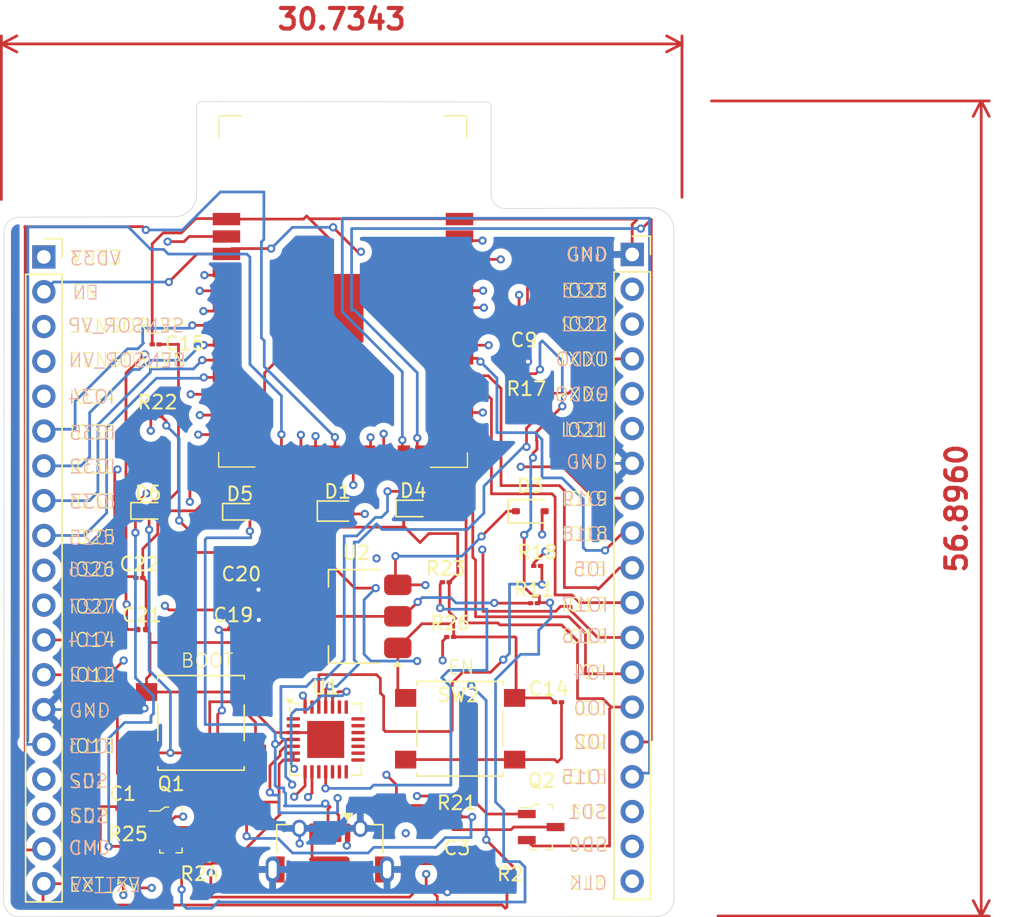
<source format=kicad_pcb>
(kicad_pcb (version 20241229) (generator "pcbnew") (generator_version "9.0")
  (layers (0 "F.Cu" signal) (4 "In1.Cu" signal) (6 "In2.Cu" signal) (2 "B.Cu" signal) (13 "F.Paste" user) (15 "B.Paste" user) (5 "F.SilkS" user "F.Silkscreen") (7 "B.SilkS" user "B.Silkscreen") (1 "F.Mask" user) (3 "B.Mask" user) (25 "Edge.Cuts" user))
  (net 0 "")
  (net 1 "/EXT_5V")
  (net 2 "GND")
  (net 3 "/VDD33")
  (net 4 "/EN")
  (net 5 "Net-(C14-Pad2)")
  (net 6 "Net-(C15-Pad2)")
  (net 7 "Net-(D1-A)")
  (net 8 "/VBUS")
  (net 9 "/USB_DN")
  (net 10 "/USB_DP")
  (net 12 "/SD2")
  (net 13 "/CMD")
  (net 14 "/IO34")
  (net 15 "/IO14")
  (net 16 "/IO25")
  (net 17 "/SENSOR_VN")
  (net 18 "/IO35")
  (net 19 "/IO13")
  (net 20 "/IO33")
  (net 21 "/IO27")
  (net 22 "/IO12")
  (net 23 "/SENSOR_VP")
  (net 24 "/SD3")
  (net 25 "/IO32")
  (net 26 "/IO26")
  (net 27 "/IO22")
  (net 28 "/IO19")
  (net 29 "/SD0")
  (net 30 "/RXDO")
  (net 31 "/IO2")
  (net 32 "/IO15")
  (net 33 "/IO21")
  (net 34 "/IO4")
  (net 35 "/TXDO")
  (net 36 "/IO23")
  (net 37 "/IO17")
  (net 38 "/SD1")
  (net 39 "/CLK")
  (net 40 "/IO16")
  (net 41 "/IO0")
  (net 42 "/IO18")
  (net 43 "/IO5")
  (net 45 "Net-(Q1-B)")
  (net 46 "/RTS")
  (net 47 "/DTR")
  (net 48 "Net-(Q2-B)")
  (net 49 "/RXD")
  (net 50 "/TXD")
  (net 51 "Net-(U1-~{SUSPEND})")
  (net 52 "Net-(U1-~{RST})")
  (net 53 "Net-(U1-VBUS)")
  (net 57 "/CDC")
  (net 59 "/RI")
  (net 63 "/CTS")
  (net 64 "/DSR")
  (footprint "Connector_PinSocket_2.54mm:PinSocket_1x19_P2.54mm_Vertical" (layer "F.Cu") (at 161.96 84.54)
    (property "Reference" "J2" (hide yes))
    (property "Value" "Conn_01x19_Pin" (hide yes))
  )
  (footprint "esp32devkitclonecustomfootprints:SOT-23-3" (layer "F.Cu") (at 198.24 126.13)
    (property "Reference" "Q2")
    (property "Value" "MMSS8050-H-TP" (hide yes))
  )
  (footprint "Resistor_SMD:R_01005_0402Metric" (layer "F.Cu") (at 192.085 125.37)
    (property "Reference" "R21")
    (property "Value" "10KΩ(5%)" (hide yes))
  )
  (footprint "Resistor_SMD:R_01005_0402Metric" (layer "F.Cu") (at 197.155 95.16)
    (property "Reference" "R17")
    (property "Value" "0R(5%)")
  )
  (footprint "LED_SMD:LED_0603_1608Metric" (layer "F.Cu") (at 183.3925 103.08)
    (property "Reference" "D1")
    (property "Value" "LED")
  )
  (footprint "Capacitor_SMD:C_01005_0402Metric" (layer "F.Cu") (at 170.115 90.92)
    (property "Reference" "C15")
    (property "Value" "0.1µf/50v(10%)(NC)")
  )
  (footprint "Resistor_SMD:R_01005_0402Metric" (layer "F.Cu") (at 167.915 127.54)
    (property "Reference" "R25")
    (property "Value" "22.1KΩ(5%)" (hide yes))
  )
  (footprint "Button_Switch_SMD:SW_SPST_B3S-1000" (layer "F.Cu") (at 173.425 118.53)
    (property "Reference" "SW1" (hide yes))
    (property "Value" "SW_Push" (hide yes))
  )
  (footprint "Capacitor_SMD:C_01005_0402Metric" (layer "F.Cu") (at 199.47 117.02)
    (property "Reference" "C14")
    (property "Value" "0.1µF/50V(10%)")
  )
  (footprint "Capacitor_SMD:C_0201_0603Metric" (layer "F.Cu") (at 169.1 111.72)
    (property "Reference" "C21")
    (property "Value" "22µF/10V(20%)" (hide yes))
  )
  (footprint "Connector_USB:USB_Micro-AB_Molex_47590-0001" (layer "F.Cu") (at 182.82 129.575)
    (property "Reference" "J1" (hide yes))
    (property "Value" "USB_B_Micro" (hide yes))
  )
  (footprint "Button_Switch_SMD:SW_SPST_B3S-1000" (layer "F.Cu") (at 192.325 118.96)
    (property "Reference" "SW2")
    (property "Value" "SW_Push" (hide yes))
  )
  (footprint "Connector_PinSocket_2.54mm:PinSocket_1x19_P2.54mm_Vertical" (layer "F.Cu") (at 204.88 84.36)
    (property "Reference" "J3" (hide yes))
    (property "Value" "Conn_01x19_Pin" (hide yes))
  )
  (footprint "Diode_SMD:D_SOD-523" (layer "F.Cu") (at 188.91 102.89)
    (property "Reference" "D4")
    (property "Value" "D_TVS")
  )
  (footprint "Resistor_SMD:R_01005_0402Metric" (layer "F.Cu") (at 173.6 130.54)
    (property "Reference" "R24")
    (property "Value" "2KΩ (5%)" (hide yes))
  )
  (footprint "Capacitor_SMD:C_0201_0603Metric" (layer "F.Cu") (at 192.105 128.71)
    (property "Reference" "C3")
    (property "Value" "22µF/10V(20%)" (hide yes))
  )
  (footprint "Diode_SMD:D_SOD-523" (layer "F.Cu") (at 169.57 103.06)
    (property "Reference" "D6")
    (property "Value" "D_TVS")
  )
  (footprint "Resistor_SMD:R_01005_0402Metric" (layer "F.Cu") (at 170.25 96.14)
    (property "Reference" "R22")
    (property "Value" "10KΩ(5%)")
  )
  (footprint "Resistor_SMD:R_01005_0402Metric" (layer "F.Cu") (at 191.605 112.26)
    (property "Reference" "R26")
    (property "Value" "47.5KΩ(5%)" (hide yes))
  )
  (footprint "Capacitor_SMD:C_0201_0603Metric" (layer "F.Cu") (at 167.72 124.75)
    (property "Reference" "C1")
    (property "Value" "22µF/10V(20%)" (hide yes))
  )
  (footprint "esp32devkitclonecustomfootprints:ESP32-WROOM-32D" (layer "F.Cu") (at 183.78 90.035)
    (property "Reference" "MOD1" (hide yes))
    (property "Value" "ESP32-WROOM-32")
  )
  (footprint "Resistor_SMD:R_01005_0402Metric" (layer "F.Cu") (at 197.71 109.8)
    (property "Reference" "R11")
    (property "Value" "10KΩ(5%)" (hide yes))
  )
  (footprint "Package_DFN_QFN:TQFN-28-1EP_5x5mm_P0.5mm_EP2.7x2.7mm" (layer "F.Cu") (at 182.5175 119.74)
    (property "Reference" "U1")
    (property "Value" "CP2102N-Axx-xQFN28" (hide yes))
  )
  (footprint "Capacitor_SMD:C_01005_0402Metric" (layer "F.Cu") (at 196.99 91.6)
    (property "Reference" "C9")
    (property "Value" "0.1µF/50V(10%)")
  )
  (footprint "Capacitor_SMD:C_01005_0402Metric" (layer "F.Cu") (at 175.78 111.66)
    (property "Reference" "C19")
    (property "Value" "0.1µF/50V(10%)" (hide yes))
  )
  (footprint "Resistor_SMD:R_01005_0402Metric" (layer "F.Cu") (at 197.95 107.08)
    (property "Reference" "R18")
    (property "Value" "0R(5%)" (hide yes))
  )
  (footprint "Package_TO_SOT_SMD:SOT-223-3_TabPin2" (layer "F.Cu") (at 184.63 110.76 180)
    (property "Reference" "U2")
    (property "Value" "AMS1117-3.3")
  )
  (footprint "Diode_SMD:D_SOD-323" (layer "F.Cu") (at 197.44 103.09)
    (property "Reference" "D3")
    (property "Value" "D_Schottky")
  )
  (footprint "esp32devkitclonecustomfootprints:SOT-23-3" (layer "F.Cu") (at 171.22 126.36)
    (property "Reference" "Q1")
    (property "Value" "MMSS8050-H-TP" (hide yes))
  )
  (footprint "Capacitor_SMD:C_01005_0402Metric" (layer "F.Cu") (at 168.925 107.95)
    (property "Reference" "C22")
    (property "Value" "0.1µF/50V(10%)")
  )
  (footprint "Resistor_SMD:R_01005_0402Metric" (layer "F.Cu") (at 191.28 108.27)
    (property "Reference" "R23")
    (property "Value" "10KΩ(5%)(NC)" (hide yes))
  )
  (footprint "Capacitor_SMD:C_01005_0402Metric" (layer "F.Cu") (at 176.365 108.68)
    (property "Reference" "C20")
    (property "Value" "4.7µF/0.3V(10%)")
  )
  (footprint "Diode_SMD:D_SOD-523" (layer "F.Cu") (at 176.26 103.13)
    (property "Reference" "D5")
    (property "Value" "D_TVS")
  )
  (footprint "Resistor_SMD:R_01005_0402Metric" (layer "F.Cu") (at 195.99 130.56)
    (property "Reference" "R2")
    (property "Value" "2KΩ (5%)" (hide yes))
  )
  (gr_arc (start 207.927832 131.367832) (mid 207.55 132.28) (end 206.637832 132.657832) (stroke (width 0.05)) (layer "Edge.Cuts"))
  (gr_line (start 207.91277 82.547229) (end 207.927831 131.367832) (stroke (width 0.05)) (layer "Edge.Cuts"))
  (gr_arc (start 173.1 73.57) (mid 173.20837 73.30837) (end 173.47 73.2) (stroke (width 0.05)) (layer "Edge.Cuts"))
  (gr_line (start 194.591882 73.599951) (end 194.591882 79.969951) (stroke (width 0.05)) (layer "Edge.Cuts"))
  (gr_arc (start 173.1 79.99) (mid 172.619065 81.136136) (end 171.47 81.610031) (stroke (width 0.05)) (layer "Edge.Cuts"))
  (gr_arc (start 159.059975 82.74) (mid 159.382165 81.962165) (end 160.16 81.639975) (stroke (width 0.05)) (layer "Edge.Cuts"))
  (gr_arc (start 194.221882 73.229951) (mid 194.483512 73.338321) (end 194.591882 73.599951) (stroke (width 0.05)) (layer "Edge.Cuts"))
  (gr_arc (start 195.621882 81.01) (mid 194.89 80.704761) (end 194.591882 79.969951) (stroke (width 0.05)) (layer "Edge.Cuts"))
  (gr_arc (start 206.332771 80.967229) (mid 207.45 81.43) (end 207.912771 82.547229) (stroke (width 0.05)) (layer "Edge.Cuts"))
  (gr_line (start 206.637832 132.657831) (end 160.19 132.67) (stroke (width 0.05)) (layer "Edge.Cuts"))
  (gr_arc (start 160.19 132.67) (mid 159.373726 132.34034) (end 159.029732 131.530003) (stroke (width 0.05)) (layer "Edge.Cuts"))
  (gr_line (start 194.221882 73.229951) (end 173.47 73.2) (stroke (width 0.05)) (layer "Edge.Cuts"))
  (gr_line (start 171.47 81.609934) (end 160.16 81.639975) (stroke (width 0.05)) (layer "Edge.Cuts"))
  (gr_line (start 195.621882 81.010002) (end 206.34 80.967274) (stroke (width 0.05)) (layer "Edge.Cuts"))
  (gr_line (start 159.06 82.74) (end 159.030484 131.530003) (stroke (width 0.05)) (layer "Edge.Cuts"))
  (gr_line (start 173.1 73.57) (end 173.1 79.99) (stroke (width 0.05)) (layer "Edge.Cuts"))
  (gr_text "IO33" (at 163.73 102.97 0) (layer "F.SilkS") (effects (font (size 1 1) (thickness 0.1)) (justify left bottom)))
  (gr_text "IO4" (at 200.57 115.4 0) (layer "F.SilkS") (effects (font (size 1 1) (thickness 0.1)) (justify left bottom)))
  (gr_text "IO0" (at 200.53 118.08 0) (layer "F.SilkS") (effects (font (size 1 1) (thickness 0.1)) (justify left bottom)))
  (gr_text "IO26" (at 163.69 107.92 0) (layer "F.SilkS") (effects (font (size 1 1) (thickness 0.1)) (justify left bottom)))
  (gr_text "IO23" (at 199.62 87.59 0) (layer "F.SilkS") (effects (font (size 1 1) (thickness 0.1)) (justify left bottom)))
  (gr_text "IO35\n" (at 163.73 97.92 0) (layer "F.SilkS") (effects (font (size 1 1) (thickness 0.1)) (justify left bottom)))
  (gr_text "IO13" (at 163.71 120.81 0) (layer "F.SilkS") (effects (font (size 1 1) (thickness 0.1)) (justify left bottom)))
  (gr_text "BOOT" (at 171.88 114.57 0) (layer "F.SilkS") (effects (font (size 1 1) (thickness 0.1)) (justify left bottom)))
  (gr_text "IO22" (at 199.64 90.03 0) (layer "F.SilkS") (effects (font (size 1 1) (thickness 0.1)) (justify left bottom)))
  (gr_text "IO5" (at 200.51 107.91 0) (layer "F.SilkS") (effects (font (size 1 1) (thickness 0.1)) (justify left bottom)))
  (gr_text "IO15" (at 199.63 123.06 0) (layer "F.SilkS") (effects (font (size 1 1) (thickness 0.1)) (justify left bottom)))
  (gr_text "IO16" (at 199.65 112.83 0) (layer "F.SilkS") (effects (font (size 1 1) (thickness 0.1)) (justify left bottom)))
  (gr_text "IO14" (at 163.71 113.07 0) (layer "F.SilkS") (effects (font (size 1 1) (thickness 0.1)) (justify left bottom)))
  (gr_text "IO2" (at 200.52 120.51 0) (layer "F.SilkS") (effects (font (size 1 1)) (justify left bottom)))
  (gr_text "TXDO" (at 199.34 92.6 0) (layer "F.SilkS") (effects (font (size 1 1) (thickness 0.1)) (justify left bottom)))
  (gr_text "IO19" (at 199.63 102.78 0) (layer "F.SilkS") (effects (font (size 1 1) (thickness 0.1)) (justify left bottom)))
  (gr_text "EN" (at 191.36 115.07 0) (layer "F.SilkS") (effects (font (size 1 1) (thickness 0.1)) (justify left bottom)))
  (gr_text "SD3" (at 163.74 125.9 0) (layer "F.SilkS") (effects (font (size 1 1) (thickness 0.1)) (justify left bottom)))
  (gr_text "IO32" (at 163.72 100.44 0) (layer "F.SilkS") (effects (font (size 1 1) (thickness 0.1)) (justify left bottom)))
  (gr_text "EXT_5V" (at 163.71 130.93 0) (layer "F.SilkS") (effects (font (size 1 1) (thickness 0.1)) (justify left bottom)))
  (gr_text "IO21" (at 199.58 97.76 0) (layer "F.SilkS") (effects (font (size 1 1) (thickness 0.1)) (justify left bottom)))
  (gr_text "SD0" (at 200.12 128.01 0) (layer "F.SilkS") (effects (font (size 1 1) (thickness 0.1)) (justify left bottom)))
  (gr_text "SENSOR_VN\n" (at 163.73 92.64 0) (layer "F.SilkS") (effects (font (size 1 1) (thickness 0.1)) (justify left bottom)))
  (gr_text "IO17" (at 199.61 110.51 0) (layer "F.SilkS") (effects (font (size 1 1) (thickness 0.1)) (justify left bottom)))
  (gr_text "GND" (at 163.72 118.23 0) (layer "F.SilkS") (effects (font (size 1 1) (thickness 0.1)) (justify left bottom)))
  (gr_text "IO12" (at 163.72 115.63 0) (layer "F.SilkS") (effects (font (size 1 1) (thickness 0.1)) (justify left bottom)))
  (gr_text "IO18" (at 199.65 105.34 0) (layer "F.SilkS") (effects (font (size 1 1) (thickness 0.1)) (justify left bottom)))
  (gr_text "SD1" (at 200.2 125.62 0) (layer "F.SilkS") (effects (font (size 1 1) (thickness 0.1)) (justify left bottom)))
  (gr_text "SD2" (at 163.71 123.38 0) (layer "F.SilkS") (effects (font (size 1 1) (thickness 0.1)) (justify left bottom)))
  (gr_text "GND" (at 199.99 100.08 0) (layer "F.SilkS") (effects (font (size 1 1) (thickness 0.1)) (justify left bottom)))
  (gr_text "IO34\n" (at 163.71 95.36 0) (layer "F.SilkS") (effects (font (size 1 1) (thickness 0.1)) (justify left bottom)))
  (gr_text "IO27" (at 163.71 110.63 0) (layer "F.SilkS") (effects (font (size 1 1) (thickness 0.1)) (justify left bottom)))
  (gr_text "EN" (at 163.95 87.69 0) (layer "F.SilkS") (effects (font (size 1 1) (thickness 0.1)) (justify left bottom)))
  (gr_text "VD33" (at 163.83 85.18 0) (layer "F.SilkS") (effects (font (size 1 1) (thickness 0.1)) (justify left bottom)))
  (gr_text "RXDO" (at 199.13 95.16 0) (layer "F.SilkS") (effects (font (size 1 1) (thickness 0.1)) (justify left bottom)))
  (gr_text "CMD" (at 163.7 128.25 0) (layer "F.SilkS") (effects (font (size 1 1) (thickness 0.1)) (justify left bottom)))
  (gr_text "IO25" (at 163.72 105.57 0) (layer "F.SilkS") (effects (font (size 1 1) (thickness 0.1)) (justify left bottom)))
  (gr_text "CLK" (at 200.21 130.8 0) (layer "F.SilkS") (effects (font (size 1 1) (thickness 0.1)) (justify left bottom)))
  (gr_text "GND" (at 200.01 84.96 0) (layer "F.SilkS") (effects (font (size 1 1) (thickness 0.1)) (justify left bottom)))
  (gr_text "SENSOR_VP\n" (at 163.7 90.14 0) (layer "F.SilkS") (effects (font (size 1 1) (thickness 0.1)) (justify left bottom)))
  (gr_text "IO34" (at 167.2 95.34 0) (layer "B.SilkS") (effects (font (size 1 1) (thickness 0.1)) (justify left bottom mirror)))
  (gr_text "IO33\n" (at 167.28 102.98 0) (layer "B.SilkS") (effects (font (size 1 1) (thickness 0.1)) (justify left bottom mirror)))
  (gr_text "EXT_5V" (at 169.13 130.95 0) (layer "B.SilkS") (effects (font (size 1 1) (thickness 0.1)) (justify left bottom mirror)))
  (gr_text "GND" (at 203.16 100.1 0) (layer "B.SilkS") (effects (font (size 1 1) (thickness 0.1)) (justify left bottom mirror)))
  (gr_text "IO17" (at 203.21 110.5 0) (layer "B.SilkS") (effects (font (size 1 1) (thickness 0.1)) (justify left bottom mirror)))
  (gr_text "SD2" (at 166.73 123.36 0) (layer "B.SilkS") (effects (font (size 1 1) (thickness 0.1)) (justify left bottom mirror)))
  (gr_text "IO12" (at 167.27 115.59 0) (layer "B.SilkS") (effects (font (size 1 1) (thickness 0.1)) (justify left bottom mirror)))
  (gr_text "CLK" (at 203.15 130.8 0) (layer "B.SilkS") (effects (font (size 1 1) (thickness 0.1)) (justify left bottom mirror)))
  (gr_text "GND" (at 166.9 118.22 0) (layer "B.SilkS") (effects (font (size 1 1) (thickness 0.1)) (justify left bottom mirror)))
  (gr_text "IO15" (at 203.17 123.08 0) (layer "B.SilkS") (effects (font (size 1 1) (thickness 0.1)) (justify left bottom mirror)))
  (gr_text "IO32" (at 167.28 100.42 0) (layer "B.SilkS") (effects (font (size 1 1) (thickness 0.1)) (justify left bottom mirror)))
  (gr_text "IO4" (at 203.11 115.46 0) (layer "B.SilkS") (effects (font (size 1 1) (thickness 0.1)) (justify left bottom mirror)))
  (gr_text "IO0" (at 203.13 118.05 0) (layer "B.SilkS") (effects (font (size 1 1) (thickness 0.1)) (justify left bottom mirror)))
  (gr_text "IO21" (at 203.15 97.73 0) (layer "B.SilkS") (effects (font (size 1 1) (thickness 0.1)) (justify left bottom mirror)))
  (gr_text "SENSOR_VP\n" (at 172.27 90.14 0) (layer "B.SilkS") (effects (font (size 1 1) (thickness 0.1)) (justify left bottom mirror)))
  (gr_text "IO27" (at 167.28 110.65 0) (layer "B.SilkS") (effects (font (size 1 1) (thickness 0.1)) (justify left bottom mirror)))
  (gr_text "EN" (at 166.05 87.73 0) (layer "B.SilkS") (effects (font (size 1 1) (thickness 0.1)) (justify left bottom mirror)))
  (gr_text "IO2" (at 203.13 120.52 0) (layer "B.SilkS") (effects (font (size 1 1) (thickness 0.1)) (justify left bottom mirror)))
  (gr_text "IO13" (at 167.24 120.83 0) (layer "B.SilkS") (effects (font (size 1 1) (thickness 0.1)) (justify left bottom mirror)))
  (gr_text "VD33" (at 167.67 85.24 0) (layer "B.SilkS") (effects (font (size 1 1) (thickness 0.1)) (justify left bottom mirror)))
  (gr_text "IO26" (at 167.19 107.95 0) (layer "B.SilkS") (effects (font (size 1 1) (thickness 0.1)) (justify left bottom mirror)))
  (gr_text "SENSOR_VN\n" (at 172.38 92.68 0) (layer "B.SilkS") (effects (font (size 1 1) (thickness 0.1)) (justify left bottom mirror)))
  (gr_text "IO22" (at 203.15 90.05 0) (layer "B.SilkS") (effects (font (size 1 1) (thickness 0.1)) (justify left bottom mirror)))
  (gr_text "SD0" (at 203.18 128.01 0) (layer "B.SilkS") (effects (font (size 1 1) (thickness 0.1)) (justify left bottom mirror)))
  (gr_text "RXDO" (at 203.27 95.17 0) (layer "B.SilkS") (effects (font (size 1 1) (thickness 0.1)) (justify left bottom mirror)))
  (gr_text "IO35\n" (at 167.29 97.97 0) (layer "B.SilkS") (effects (font (size 1 1) (thickness 0.1)) (justify left bottom mirror)))
  (gr_text "IO14" (at 167.18 113.04 0) (layer "B.SilkS") (effects (font (size 1 1) (thickness 0.1)) (justify left bottom mirror)))
  (gr_text "IO16" (at 203.21 112.78 0) (layer "B.SilkS") (effects (font (size 1 1) (thickness 0.1)) (justify left bottom mirror)))
  (gr_text "TXDO" (at 203.11 92.61 0) (layer "B.SilkS") (effects (font (size 1 1) (thickness 0.1)) (justify left bottom mirror)))
  (gr_text "IO18" (at 203.2 105.35 0) (layer "B.SilkS") (effects (font (size 1 1) (thickness 0.1)) (justify left bottom mirror)))
  (gr_text "IO19" (at 203.23 102.78 0) (layer "B.SilkS") (effects (font (size 1 1) (thickness 0.1)) (justify left bottom mirror)))
  (gr_text "CMD" (at 166.94 128.23 0) (layer "B.SilkS") (effects (font (size 1 1) (thickness 0.1)) (justify left bottom mirror)))
  (gr_text "SD1" (at 203.13 125.62 0) (layer "B.SilkS") (effects (font (size 1 1) (thickness 0.1)) (justify left bottom mirror)))
  (gr_text "GND" (at 203.13 84.96 0) (layer "B.SilkS") (effects (font (size 1 1) (thickness 0.1)) (justify left bottom mirror)))
  (gr_text "IO25" (at 167.25 105.62 0) (layer "B.SilkS") (effects (font (size 1 1) (thickness 0.1)) (justify left bottom mirror)))
  (gr_text "SD3" (at 166.8 125.94 0) (layer "B.SilkS") (effects (font (size 1 1) (thickness 0.1)) (justify left bottom mirror)))
  (gr_text "IO23" (at 203.22 87.6 0) (layer "B.SilkS") (effects (font (size 1 1) (thickness 0.1)) (justify left bottom mirror)))
  (gr_text "IO5" (at 203.09 107.92 0) (layer "B.SilkS") (effects (font (size 1 1) (thickness 0.1)) (justify left bottom mirror)))
  (dimension (type orthogonal) (layer "F.Cu") (pts (xy 158.86 80.85) (xy 208.51 80.69)) (height -11.85) (orientation 0) (format (prefix "") (suffix "") (units 3) (units_format 0) (precision 4) (override_value "30.7343") (suppress_zeroes yes)) (style (thickness 0.2) (arrow_length 1.27) (text_position_mode 0) (arrow_direction outward) (extension_height 0.58642) (extension_offset 0.5) (keep_text_aligned yes)) (gr_text "30.7343" (at 183.685 67.2 0) (layer "F.Cu") (effects (font (size 1.5 1.5) (thickness 0.3)))))
  (dimension (type orthogonal) (layer "F.Cu") (pts (xy 210.16 73.16) (xy 210.64 132.62)) (height 20.18) (orientation 1) (format (prefix "") (suffix "") (units 3) (units_format 0) (precision 4) (override_value "56.8960") (suppress_zeroes yes)) (style (thickness 0.2) (arrow_length 1.27) (text_position_mode 0) (arrow_direction outward) (extension_height 0.58642) (extension_offset 0.5) (keep_text_aligned yes)) (gr_text "56.8960" (at 228.54 102.89 90) (layer "F.Cu") (effects (font (size 1.5 1.5) (thickness 0.3)))))
  (segment (start 187.61 106.37) (end 187.61 108.29) (width 0.2) (layer "F.Cu") (net 1))
  (segment (start 166.08 128.96) (end 166.08 124.64) (width 0.2) (layer "F.Cu") (net 1))
  (segment (start 190.66 131.2) (end 190.66 131.74) (width 0.2) (layer "F.Cu") (net 1))
  (segment (start 189.85 129.56) (end 189.85 130.39) (width 0.2) (layer "F.Cu") (net 1))
  (segment (start 166.08 124.64) (end 167.29 124.64) (width 0.2) (layer "F.Cu") (net 1))
  (segment (start 195.74 130.56) (end 195.74 131.95071) (width 0.2) (layer "F.Cu") (net 1))
  (segment (start 161.9 131.82) (end 161.9 130.32) (width 0.2) (layer "F.Cu") (net 1))
  (segment (start 161.96 130.26) (end 164.78 130.26) (width 0.2) (layer "F.Cu") (net 1))
  (segment (start 190.58 131.82) (end 161.9 131.82) (width 0.2) (layer "F.Cu") (net 1))
  (segment (start 167.29 124.64) (end 167.4 124.75) (width 0.2) (layer "F.Cu") (net 1))
  (segment (start 187.78 108.46) (end 189.77 108.46) (width 0.2) (layer "F.Cu") (net 1))
  (segment (start 164.78 130.26) (end 166.08 128.96) (width 0.2) (layer "F.Cu") (net 1))
  (segment (start 195.74 131.95071) (end 195.629995 132.060715) (width 0.2) (layer "F.Cu") (net 1))
  (segment (start 189.77 108.46) (end 189.79 108.48) (width 0.2) (layer "F.Cu") (net 1))
  (segment (start 190.66 131.74) (end 190.58 131.82) (width 0.2) (layer "F.Cu") (net 1))
  (segment (start 187.61 108.29) (end 187.78 108.46) (width 0.2) (layer "F.Cu") (net 1))
  (segment (start 195.73 103.09) (end 193.89 104.93) (width 0.2) (layer "F.Cu") (net 1))
  (segment (start 189.85 130.39) (end 190.66 131.2) (width 0.2) (layer "F.Cu") (net 1))
  (segment (start 195.629995 132.060715) (end 195.38928 131.82) (width 0.2) (layer "F.Cu") (net 1))
  (segment (start 195.38928 131.82) (end 190.58 131.82) (width 0.2) (layer "F.Cu") (net 1))
  (segment (start 196.39 103.09) (end 195.73 103.09) (width 0.2) (layer "F.Cu") (net 1))
  (segment (start 161.9 130.32) (end 161.96 130.26) (width 0.2) (layer "F.Cu") (net 1))
  (via (at 193.89 104.93) (size 0.6) (drill 0.3) (layers "F.Cu" "B.Cu") (net 1))
  (via (at 189.85 129.56) (size 0.6) (drill 0.3) (layers "F.Cu" "B.Cu") (net 1))
  (via (at 187.61 106.37) (size 0.6) (drill 0.3) (layers "F.Cu" "B.Cu") (net 1))
  (via (at 189.79 108.48) (size 0.6) (drill 0.3) (layers "F.Cu" "B.Cu") (net 1))
  (segment (start 192.45 106.37) (end 187.61 106.37) (width 0.2) (layer "B.Cu") (net 1))
  (segment (start 193.89 104.93) (end 192.45 106.37) (width 0.2) (layer "B.Cu") (net 1))
  (segment (start 181.52 128.38) (end 181.52 126.55) (width 0.2) (layer "F.Cu") (net 2))
  (segment (start 170.27 104.74) (end 170.27 103.06) (width 0.2) (layer "F.Cu") (net 2))
  (segment (start 176.03 112.51) (end 176.03 111.66) (width 0.2) (layer "F.Cu") (net 2))
  (segment (start 196.41 116.6) (end 196.3 116.71) (width 0.2) (layer "F.Cu") (net 2))
  (segment (start 177 111.66) (end 177.64 111.02) (width 0.2) (layer "F.Cu") (net 2))
  (segment (start 175.49 103.06) (end 175.56 103.13) (width 0.2) (layer "F.Cu") (net 2))
  (segment (start 182.63 104.25) (end 188.29 104.25) (width 0.2) (layer "F.Cu") (net 2))
  (segment (start 169.45 115.29) (end 169.7 115.04) (width 0.2) (layer "F.Cu") (net 2))
  (segment (start 170.66 82.79) (end 169.865 83.585) (width 0.2) (layer "F.Cu") (net 2))
  (segment (start 177.62 108.81) (end 176.745 108.81) (width 0.2) (layer "F.Cu") (net 2))
  (segment (start 176.19 112.67) (end 176.03 112.51) (width 0.2) (layer "F.Cu") (net 2))
  (segment (start 182.5175 119.8775) (end 182.88 120.24) (width 0.2) (layer "F.Cu") (net 2))
  (segment (start 169.3 117.47) (end 169.2 117.57) (width 0.2) (layer "F.Cu") (net 2))
  (segment (start 192.28 81.78) (end 205.15 81.78) (width 0.2) (layer "F.Cu") (net 2))
  (segment (start 182.5175 119.74) (end 182.5175 119.8775) (width 0.2) (layer "F.Cu") (net 2))
  (segment (start 180.155 119.24) (end 182.0175 119.24) (width 0.2) (layer "F.Cu") (net 2))
  (segment (start 173.02 103.06) (end 175.49 103.06) (width 0.2) (layer "F.Cu") (net 2))
  (segment (start 173.04 81.74) (end 171.99 82.79) (width 0.2) (layer "F.Cu") (net 2))
  (segment (start 169.175 105.835) (end 170.27 104.74) (width 0.2) (layer "F.Cu") (net 2))
  (segment (start 181.41 128.49) (end 181.52 128.38) (width 0.2) (layer "F.Cu") (net 2))
  (segment (start 188.21 104.17) (end 188.21 102.89) (width 0.2) (layer "F.Cu") (net 2))
  (segment (start 169.7 112.67) (end 176.19 112.67) (width 0.2) (layer "F.Cu") (net 2))
  (segment (start 176.745 108.81) (end 176.615 108.68) (width 0.2) (layer "F.Cu") (net 2))
  (segment (start 197.24 92.14) (end 197.28 92.18) (width 0.2) (layer "F.Cu") (net 2))
  (segment (start 205.21 81.84) (end 204.88 82.17) (width 0.2) (layer "F.Cu") (net 2))
  (segment (start 192.99 129.275) (end 192.425 128.71) (width 0.2) (layer "F.Cu") (net 2))
  (segment (start 182.605 103.08) (end 180.99 103.08) (width 0.2) (layer "F.Cu") (net 2))
  (segment (start 181.13 81.55) (end 180.9 81.78) (width 0.2) (layer "F.Cu") (net 2))
  (segment (start 169.175 107.95) (end 169.175 105.835) (width 0.2) (layer "F.Cu") (net 2))
  (segment (start 169.7 115.04) (end 169.7 112.67) (width 0.2) (layer "F.Cu") (net 2))
  (segment (start 171.99 82.79) (end 170.66 82.79) (width 0.2) (layer "F.Cu") (net 2))
  (segment (start 191.855 111.3) (end 189.54 111.3) (width 0.2) (layer "F.Cu") (net 2))
  (segment (start 198.91 116.71) (end 199.22 117.02) (width 0.2) (layer "F.Cu") (net 2))
  (segment (start 191.855 112.26) (end 196.35 112.26) (width 0.2) (layer "F.Cu") (net 2))
  (segment (start 182.605 104.225) (end 182.63 104.25) (width 0.2) (layer "F.Cu") (net 2))
  (segment (start 181.335 81.755) (end 192.255 81.755) (width 0.2) (layer "F.Cu") (net 2))
  (segment (start 180.9 81.78) (end 175.28 81.78) (width 0.2) (layer "F.Cu") (net 2))
  (segment (start 192.255 81.755) (end 192.28 81.78) (width 0.2) (layer "F.Cu") (net 2))
  (segment (start 169.42 111.72) (end 169.42 108.195) (width 0.2) (layer "F.Cu") (net 2))
  (segment (start 191.57 130.7) (end 192.99 130.7) (width 0.2) (layer "F.Cu") (net 2))
  (segment (start 180.155 119.24) (end 178.86 119.24) (width 0.2) (layer "F.Cu") (net 2))
  (segment (start 191.39 130.88) (end 191.57 130.7) (width 0.2) (layer "F.Cu") (net 2))
  (segment (start 205.15 81.78) (end 205.21 81.84) (width 0.2) (layer "F.Cu") (net 2))
  (segment (start 168.04 123.21) (end 168.04 124.75) (width 0.2) (layer "F.Cu") (net 2))
  (segment (start 188.29 104.25) (end 188.21 104.17) (width 0.2) (layer "F.Cu") (net 2))
  (segment (start 182.82 129.225) (end 186.5575 129.225) (width 0.2) (layer "F.Cu") (net 2))
  (segment (start 178.065 92.995) (end 182.78 88.28) (width 0.2) (layer "F.Cu") (net 2))
  (segment (start 189.54 111.3) (end 187.78 113.06) (width 0.2) (layer "F.Cu") (net 2))
  (segment (start 192.15 107.65) (end 191.53 108.27) (width 0.2) (layer "F.Cu") (net 2))
  (segment (start 180.99 103.08) (end 178.065 100.155) (width 0.2) (layer "F.Cu") (net 2))
  (segment (start 196.35 112.26) (end 196.41 112.32) (width 0.2) (layer "F.Cu") (net 2))
  (segment (start 175.28 81.78) (end 175.24 81.74) (width 0.2) (layer "F.Cu") (net 2))
  (segment (start 178.86 119.24) (end 177.4 117.78) (width 0.2) (layer "F.Cu") (net 2))
  (segment (start 182.82 129.225) (end 182.145 129.225) (width 0.2) (layer "F.Cu") (net 2))
  (segment (start 190.05 104.72) (end 192.15 104.72) (width 0.2) (layer "F.Cu") (net 2))
  (segment (start 169.42 108.195) (end 169.175 107.95) (width 0.2) (layer "F.Cu") (net 2))
  (segment (start 188.21 104.18) (end 189.4 105.37) (width 0.2) (layer "F.Cu") (net 2))
  (segment (start 188.21 102.89) (end 188.21 104.18) (width 0.2) (layer "F.Cu") (net 2))
  (segment (start 178.065 100.155) (end 178.065 99.29) (width 0.2) (layer "F.Cu") (net 2))
  (segment (start 192.15 104.72) (end 192.15 107.65) (width 0.2) (layer "F.Cu") (net 2))
  (segment (start 187.78 113.06) (end 187.78 116.14) (width 0.2) (layer "F.Cu") (net 2))
  (segment (start 167.32 117.57) (end 167.32 122.21) (width 0.2) (layer "F.Cu") (net 2))
  (segment (start 167.32 122.21) (end 168.18 123.07) (width 0.2) (layer "F.Cu") (net 2))
  (segment (start 168.18 123.07) (end 168.04 123.21) (width 0.2) (layer "F.Cu") (net 2))
  (segment (start 187.78 116.14) (end 188.35 116.71) (width 0.2) (layer "F.Cu") (net 2))
  (segment (start 169.45 116.28) (end 169.45 115.29) (width 0.2) (layer "F.Cu") (net 2))
  (segment (start 182.78 83.2) (end 181.335 81.755) (width 0.2) (layer "F.Cu") (net 2))
  (segment (start 169.7 112.67) (end 169.7 112) (width 0.2) (layer "F.Cu") (net 2))
  (segment (start 175.24 81.74) (end 173.04 81.74) (width 0.2) (layer "F.Cu") (net 2))
  (segment (start 189.4 105.37) (end 190.05 104.72) (width 0.2) (layer "F.Cu") (net 2))
  (segment (start 197.24 91.6) (end 197.24 92.14) (width 0.2) (layer "F.Cu") (net 2))
  (segment (start 177.4 117.78) (end 177.4 116.28) (width 0.2) (layer "F.Cu") (net 2))
  (segment (start 196.3 116.71) (end 198.91 116.71) (width 0.2) (layer "F.Cu") (net 2))
  (segment (start 169.865 83.585) (end 169.865 90.92) (width 0.2) (layer "F.Cu") (net 2))
  (segment (start 182.78 88.28) (end 182.78 83.2) (width 0.2) (layer "F.Cu") (net 2))
  (segment (start 169.3 116.43) (end 169.45 116.28) (width 0.2) (layer "F.Cu") (net 2))
  (segment (start 169.3 117.47) (end 169.3 116.43) (width 0.2) (layer "F.Cu") (net 2))
  (segment (start 169.7 112) (end 169.42 111.72) (width 0.2) (layer "F.Cu") (net 2))
  (segment (start 204.88 82.17) (end 204.88 84.36) (width 0.2) (layer "F.Cu") (net 2))
  (segment (start 191.53 110.44) (end 191.99 110.9) (width 0.2) (layer "F.Cu") (net 2))
  (segment (start 182.0175 119.24) (end 182.5175 119.74) (width 0.2) (layer "F.Cu") (net 2))
  (segment (start 176.79 99.29) (end 178.065 99.29) (width 0.2) (layer "F.Cu") (net 2))
  (segment (start 177.4 116.28) (end 169.45 116.28) (width 0.2) (layer "F.Cu") (net 2))
  (segment (start 197.83 84.36) (end 197.24 84.95) (width 0.2) (layer "F.Cu") (net 2))
  (segment (start 182.145 129.225) (end 181.41 128.49) (width 0.2) (layer "F.Cu") (net 2))
  (segment (start 176.03 111.66) (end 177 111.66) (width 0.2) (layer "F.Cu") (net 2))
  (segment (start 191.99 110.9) (end 191.855 111.035) (width 0.2) (layer "F.Cu") (net 2))
  (segment (start 191.53 108.27) (end 191.53 110.44) (width 0.2) (layer "F.Cu") (net 2))
  (segment (start 169.2 117.57) (end 167.32 117.57) (width 0.2) (layer "F.Cu") (net 2))
  (segment (start 191.855 111.3) (end 191.855 112.26) (width 0.2) (layer "F.Cu") (net 2))
  (segment (start 197.24 84.95) (end 197.24 91.6) (width 0.2) (layer "F.Cu") (net 2))
  (segment (start 181.335 81.755) (end 181.13 81.55) (width 0.2) (layer "F.Cu") (net 2))
  (segment (start 192.99 130.7) (end 192.99 129.275) (width 0.2) (layer "F.Cu") (net 2))
  (segment (start 170.27 103.06) (end 173.02 103.06) (width 0.2) (layer "F.Cu") (net 2))
  (segment (start 182.605 103.08) (end 182.605 104.225) (width 0.2) (layer "F.Cu") (net 2))
  (segment (start 204.88 84.36) (end 197.83 84.36) (width 0.2) (layer "F.Cu") (net 2))
  (segment (start 178.065 99.29) (end 178.065 92.995) (width 0.2) (layer "F.Cu") (net 2))
  (segment (start 196.41 112.32) (end 196.41 116.6) (width 0.2) (layer "F.Cu") (net 2))
  (segment (start 173.02 103.06) (end 176.79 99.29) (width 0.2) (layer "F.Cu") (net 2))
  (segment (start 191.855 111.035) (end 191.855 111.3) (width 0.2) (layer "F.Cu") (net 2))
  (via (at 197.28 92.18) (size 0.6) (drill 0.3) (layers "F.Cu" "B.Cu") (net 2))
  (via (at 169.3 117.47) (size 0.6) (drill 0.3) (layers "F.Cu" "B.Cu") (net 2))
  (via (at 177.64 111.02) (size 0.6) (drill 0.3) (layers "F.Cu" "B.Cu") (net 2))
  (via (at 180.62 127.33) (size 0.6) (drill 0.3) (layers "F.Cu" "B.Cu") (net 2))
  (via (at 191.39 130.88) (size 0.6) (drill 0.3) (layers "F.Cu" "B.Cu") (net 2))
  (via (at 177.62 108.81) (size 0.6) (drill 0.3) (layers "F.Cu" "B.Cu") (net 2))
  (segment (start 180.62 126.25) (end 180.595 126.225) (width 0.2) (layer "B.Cu") (net 2))
  (segment (start 198.94 99.13) (end 199.41 99.6) (width 0.2) (layer "B.Cu") (net 2))
  (segment (start 180.595 126.225) (end 185.045 126.225) (width 0.2) (layer "B.Cu") (net 2))
  (segment (start 163.19 117.56) (end 169.21 117.56) (width 0.2) (layer "B.Cu") (net 2))
  (segment (start 177.64 108.83) (end 177.62 108.81) (width 0.2) (layer "B.Cu") (net 2))
  (segment (start 204.88 84.36) (end 204.97 84.45) (width 0.2) (layer "B.Cu") (net 2))
  (segment (start 199.41 99.6) (end 204.88 99.6) (width 0.2) (layer "B.Cu") (net 2))
  (segment (start 197.36 93.7) (end 198.94 93.7) (width 0.2) (layer "B.Cu") (net 2))
  (segment (start 169.21 117.56) (end 169.3 117.47) (width 0.2) (layer "B.Cu") (net 2))
  (segment (start 197.28 92.18) (end 197.28 93.42) (width 0.2) (layer "B.Cu") (net 2))
  (segment (start 197.18 93.52) (end 197.36 93.7) (width 0.2) (layer "B.Cu") (net 2))
  (segment (start 180.62 127.33) (end 180.62 126.25) (width 0.2) (layer "B.Cu") (net 2))
  (segment (start 177.64 111.02) (end 177.64 108.83) (width 0.2) (layer "B.Cu") (net 2))
  (segment (start 198.94 93.7) (end 198.94 99.13) (width 0.2) (layer "B.Cu") (net 2))
  (segment (start 197.28 93.42) (end 197.18 93.52) (width 0.2) (layer "B.Cu") (net 2))
  (segment (start 161.96 117.56) (end 163.19 117.56) (width 0.2) (layer "B.Cu") (net 2))
  (segment (start 174.21 128.77) (end 174.16 128.82) (width 0.2) (layer "F.Cu") (net 3))
  (segment (start 188.87 131.01) (end 188.64 131.24) (width 0.2) (layer "F.Cu") (net 3))
  (segment (start 176.59 124.31) (end 174.64 122.36) (width 0.2) (layer "F.Cu") (net 3))
  (segment (start 187.78 110.76) (end 181.48 110.76) (width 0.2) (layer "F.Cu") (net 3))
  (segment (start 179.195 125.205) (end 175.63 128.77) (width 0.2) (layer "F.Cu") (net 3))
  (segment (start 171.09 110.29) (end 170.79 109.99) (width 0.2) (layer "F.Cu") (net 3))
  (segment (start 180.53 110.76) (end 180.06 110.29) (width 0.2) (layer "F.Cu") (net 3))
  (segment (start 176.115 110.185) (end 176.01 110.29) (width 0.2) (layer "F.Cu") (net 3))
  (segment (start 172.19 83.42) (end 172.56 83.05) (width 0.2) (layer "F.Cu") (net 3))
  (segment (start 188.18 110.76) (end 187.78 110.76) (width 0.2) (layer "F.Cu") (net 3))
  (segment (start 176.115 108.68) (end 176.115 110.185) (width 0.2) (layer "F.Cu") (net 3))
  (segment (start 189.23 109.71) (end 188.18 110.76) (width 0.2) (layer "F.Cu") (net 3))
  (segment (start 190.55 128.71) (end 190.46 128.8) (width 0.2) (layer "F.Cu") (net 3))
  (segment (start 191.785 128.71) (end 190.55 128.71) (width 0.2) (layer "F.Cu") (net 3))
  (segment (start 168.11 111.73) (end 168.12 111.72) (width 0.2) (layer "F.Cu") (net 3))
  (segment (start 180.155 120.74) (end 180.155 121.24) (width 0.2) (layer "F.Cu") (net 3))
  (segment (start 170.99 83.42) (end 172.19 83.42) (width 0.2) (layer "F.Cu") (net 3))
  (segment (start 179.12 125.13) (end 179.195 125.205) (width 0.2) (layer "F.Cu") (net 3))
  (segment (start 174.64 122.36) (end 174.64 117.93) (width 0.2) (layer "F.Cu") (net 3))
  (segment (start 175.53 110.31) (end 175.51 110.29) (width 0.2) (layer "F.Cu") (net 3))
  (segment (start 197.46 109.8) (end 194.84 109.8) (width 0.2) (layer "F.Cu") (net 3))
  (segment (start 179.12 124.31) (end 179.12 125.13) (width 0.2) (layer "F.Cu") (net 3))
  (segment (start 174.16 128.82) (end 173.03 128.82) (width 0.2) (layer "F.Cu") (net 3))
  (segment (start 188.64 131.24) (end 173.29 131.24) (width 0.2) (layer "F.Cu") (net 3))
  (segment (start 175.63 128.77) (end 174.21 128.77) (width 0.2) (layer "F.Cu") (net 3))
  (segment (start 168 109.89) (end 167.95 109.84) (width 0.2) (layer "F.Cu") (net 3))
  (segment (start 168 111.62) (end 168.11 111.73) (width 0.2) (layer "F.Cu") (net 3))
  (segment (start 179.12 121.55) (end 179.12 124.31) (width 0.2) (layer "F.Cu") (net 3))
  (segment (start 173.03 128.82) (end 173.03 130.22) (width 0.2) (layer "F.Cu") (net 3))
  (segment (start 180.06 110.29) (end 176.01 110.29) (width 0.2) (layer "F.Cu") (net 3))
  (segment (start 174.72 111.74) (end 175.45 111.74) (width 0.2) (layer "F.Cu") (net 3))
  (segment (start 174.64 117.93) (end 174.95 117.62) (width 0.2) (layer "F.Cu") (net 3))
  (segment (start 168.585 107.86) (end 168.675 107.95) (width 0.2) (layer "F.Cu") (net 3))
  (segment (start 179.12 124.31) (end 176.59 124.31) (width 0.2) (layer "F.Cu") (net 3))
  (segment (start 172.56 83.05) (end 175.28 83.05) (width 0.2) (layer "F.Cu") (net 3))
  (segment (start 175.51 110.29) (end 171.09 110.29) (width 0.2) (layer "F.Cu") (net 3))
  (segment (start 176.01 110.29) (end 175.51 110.29) (width 0.2) (layer "F.Cu") (net 3))
  (segment (start 188.87 128.84) (end 188.87 131.01) (width 0.2) (layer "F.Cu") (net 3))
  (segment (start 168.12 111.72) (end 168.78 111.72) (width 0.2) (layer "F.Cu") (net 3))
  (segment (start 194.84 109.8) (end 194.82 109.78) (width 0.2) (layer "F.Cu") (net 3))
  (segment (start 173.03 130.22) (end 173.35 130.54) (width 0.2) (layer "F.Cu") (net 3))
  (segment (start 167.95 93.01) (end 169.31 91.65) (width 0.2) (layer "F.Cu") (net 3))
  (segment (start 190.46 128.8) (end 188.91 128.8) (width 0.2) (layer "F.Cu") (net 3))
  (segment (start 167.95 107.86) (end 167.95 93.01) (width 0.2) (layer "F.Cu") (net 3))
  (segment (start 168 109.89) (end 168 111.62) (width 0.2) (layer "F.Cu") (net 3))
  (segment (start 180.155 121.24) (end 179.43 121.24) (width 0.2) (layer "F.Cu") (net 3))
  (segment (start 188.91 128.8) (end 188.87 128.84) (width 0.2) (layer "F.Cu") (net 3))
  (segment (start 173.29 131.24) (end 173.23 131.3) (width 0.2) (layer "F.Cu") (net 3))
  (segment (start 169.31 91.65) (end 169.32 91.65) (width 0.2) (layer "F.Cu") (net 3))
  (segment (start 175.53 111.66) (end 175.53 110.31) (width 0.2) (layer "F.Cu") (net 3))
  (segment (start 179.43 121.24) (end 179.12 121.55) (width 0.2) (layer "F.Cu") (net 3))
  (segment (start 173.23 131.3) (end 173.23 130.66) (width 0.2) (layer "F.Cu") (net 3))
  (segment (start 181.48 110.76) (end 180.53 110.76) (width 0.2) (layer "F.Cu") (net 3))
  (segment (start 175.45 111.74) (end 175.53 111.66) (width 0.2) (layer "F.Cu") (net 3))
  (segment (start 167.95 107.86) (end 168.585 107.86) (width 0.2) (layer "F.Cu") (net 3))
  (segment (start 173.23 130.66) (end 173.35 130.54) (width 0.2) (layer "F.Cu") (net 3))
  (segment (start 167.95 109.84) (end 167.95 107.86) (width 0.2) (layer "F.Cu") (net 3))
  (via (at 170.79 109.99) (size 0.6) (drill 0.3) (layers "F.Cu" "B.Cu") (net 3))
  (via (at 174.72 111.74) (size 0.6) (drill 0.3) (layers "F.Cu" "B.Cu") (net 3))
  (via (at 174.95 117.62) (size 0.6) (drill 0.3) (layers "F.Cu" "B.Cu") (net 3))
  (via (at 189.23 109.71) (size 0.6) (drill 0.3) (layers "F.Cu" "B.Cu") (net 3))
  (via (at 194.82 109.78) (size 0.6) (drill 0.3) (layers "F.Cu" "B.Cu") (net 3))
  (via (at 169.32 91.65) (size 0.6) (drill 0.3) (layers "F.Cu" "B.Cu") (net 3))
  (via (at 170.99 83.42) (size 0.6) (drill 0.3) (layers "F.Cu" "B.Cu") (net 3))
  (via (at 168 109.89) (size 0.6) (drill 0.3) (layers "F.Cu" "B.Cu") (net 3))
  (segment (start 191.63 109.39) (end 189.55 109.39) (width 0.2) (layer "B.Cu") (net 3))
  (segment (start 192.02 109.78) (end 191.63 109.39) (width 0.2) (layer "B.Cu") (net 3))
  (segment (start 174.95 111.97) (end 174.72 111.74) (width 0.2) (layer "B.Cu") (net 3))
  (segment (start 174.95 117.62) (end 174.95 111.97) (width 0.2) (layer "B.Cu") (net 3))
  (segment (start 194.82 109.78) (end 192.02 109.78) (width 0.2) (layer "B.Cu") (net 3))
  (segment (start 189.55 109.39) (end 189.23 109.71) (width 0.2) (layer "B.Cu") (net 3))
  (segment (start 198.15 92.75) (end 197.84 93.06) (width 0.2) (layer "F.Cu") (net 4))
  (segment (start 198.11 109.65) (end 198.11 109.28) (width 0.2) (layer "F.Cu") (net 4))
  (segment (start 173.13 84.32) (end 171.08 86.37) (width 0.2) (layer "F.Cu") (net 4))
  (segment (start 172.27 126.36) (end 172.01 126.62) (width 0.2) (layer "F.Cu") (net 4))
  (segment (start 197.16 108.79) (end 197 108.63) (width 0.2) (layer "F.Cu") (net 4))
  (segment (start 196.7 93.06) (end 196.4 92.76) (width 0.2) (layer "F.Cu") (net 4))
  (segment (start 198.88 109.76) (end 198 109.76) (width 0.2) (layer "F.Cu") (net 4))
  (segment (start 172.01 126.62) (end 172.01 130.69) (width 0.2) (layer "F.Cu") (net 4))
  (segment (start 196.74 91.6) (end 196.63 91.49) (width 0.2) (layer "F.Cu") (net 4))
  (segment (start 196.63 91.49) (end 196.63 87.31) (width 0.2) (layer "F.Cu") (net 4))
  (segment (start 198.11 109.28) (end 197.65 109.28) (width 0.2) (layer "F.Cu") (net 4))
  (segment (start 197.64 99.19) (end 197.64 98.87) (width 0.2) (layer "F.Cu") (net 4))
  (segment (start 197.93 97.97) (end 197.9 97.94) (width 0.2) (layer "F.Cu") (net 4))
  (segment (start 197.9 97.94) (end 197.9 97.31) (width 0.2) (layer "F.Cu") (net 4))
  (segment (start 196.4 91.61) (end 196.73 91.61) (width 0.2) (layer "F.Cu") (net 4))
  (segment (start 197.9 97.31) (end 199.78 95.43) (width 0.2) (layer "F.Cu") (net 4))
  (segment (start 198 109.76) (end 197.96 109.8) (width 0.2) (layer "F.Cu") (net 4))
  (segment (start 178.54 83.93) (end 175.67 83.93) (width 0.2) (layer "F.Cu") (net 4))
  (segment (start 175.28 84.32) (end 173.13 84.32) (width 0.2) (layer "F.Cu") (net 4))
  (segment (start 175.67 83.93) (end 175.28 84.32) (width 0.2) (layer "F.Cu") (net 4))
  (segment (start 197.84 93.06) (end 196.7 93.06) (width 0.2) (layer "F.Cu") (net 4))
  (segment (start 197 108.63) (end 197 104.82) (width 0.2) (layer "F.Cu") (net 4))
  (segment (start 197.64 98.87) (end 197.93 98.58) (width 0.2) (layer "F.Cu") (net 4))
  (segment (start 184.84 84.16) (end 183.06 82.38) (width 0.2) (layer "F.Cu") (net 4))
  (segment (start 197.96 109.8) (end 198.11 109.65) (width 0.2) (layer "F.Cu") (net 4))
  (segment (start 197.93 98.58) (end 197.93 97.97) (width 0.2) (layer "F.Cu") (net 4))
  (segment (start 185.09 84.16) (end 184.84 84.16) (width 0.2) (layer "F.Cu") (net 4))
  (segment (start 197.65 109.28) (end 197.16 108.79) (width 0.2) (layer "F.Cu") (net 4))
  (segment (start 196.73 91.61) (end 196.74 91.6) (width 0.2) (layer "F.Cu") (net 4))
  (segment (start 196.4 92.76) (end 196.4 91.61) (width 0.2) (layer "F.Cu") (net 4))
  (via (at 196.63 87.31) (size 0.6) (drill 0.3) (layers "F.Cu" "B.Cu") (net 4))
  (via (at 185.09 84.16) (size 0.6) (drill 0.3) (layers "F.Cu" "B.Cu") (net 4))
  (via (at 197.64 99.19) (size 0.6) (drill 0.3) (layers "F.Cu" "B.Cu") (net 4))
  (via (at 198.88 109.76) (size 0.6) (drill 0.3) (layers "F.Cu" "B.Cu") (net 4))
  (via (at 178.54 83.93) (size 0.6) (drill 0.3) (layers "F.Cu" "B.Cu") (net 4))
  (via (at 172.01 130.69) (size 0.6) (drill 0.3) (layers "F.Cu" "B.Cu") (net 4))
  (via (at 171.08 86.37) (size 0.6) (drill 0.3) (layers "F.Cu" "B.Cu") (net 4))
  (via (at 197 104.82) (size 0.6) (drill 0.3) (layers "F.Cu" "B.Cu") (net 4))
  (via (at 198.15 92.75) (size 0.6) (drill 0.3) (layers "F.Cu" "B.Cu") (net 4))
  (via (at 199.78 95.43) (size 0.6) (drill 0.3) (layers "F.Cu" "B.Cu") (net 4))
  (via (at 183.06 82.38) (size 0.6) (drill 0.3) (layers "F.Cu" "B.Cu") (net 4))
  (segment (start 197.48 102.96) (end 197.48 99.35) (width 0.2) (layer "B.Cu") (net 4))
  (segment (start 162.67 86.37) (end 161.96 87.08) (width 0.2) (layer "B.Cu") (net 4))
  (segment (start 196.99 128.98) (end 196.66 128.65) (width 0.2) (layer "B.Cu") (net 4))
  (segment (start 198.32 90.66) (end 198.15 90.83) (width 0.2) (layer "B.Cu") (net 4))
  (segment (start 195.5 128.65) (end 195.5 124.89) (width 0.2) (layer "B.Cu") (net 4))
  (segment (start 195.22 115.05) (end 196.74 113.53) (width 0.2) (layer "B.Cu") (net 4))
  (segment (start 197.48 99.35) (end 197.64 99.19) (width 0.2) (layer "B.Cu") (net 4))
  (segment (start 183.06 82.38) (end 180.09 82.38) (width 0.2) (layer "B.Cu") (net 4))
  (segment (start 180.09 82.38) (end 178.54 83.93) (width 0.2) (layer "B.Cu") (net 4))
  (segment (start 197.06 129.05) (end 196.99 128.98) (width 0.2) (layer "B.Cu") (net 4))
  (segment (start 198.95 110.88) (end 198.95 109.83) (width 0.2) (layer "B.Cu") (net 4))
  (segment (start 199.78 92.12) (end 198.32 90.66) (width 0.2) (layer "B.Cu") (net 4))
  (segment (start 197.06 131.6) (end 197.06 129.05) (width 0.2) (layer "B.Cu") (net 4))
  (segment (start 198.95 109.83) (end 198.88 109.76) (width 0.2) (layer "B.Cu") (net 4))
  (segment (start 194.91 124.3) (end 194.91 115.36) (width 0.2) (layer "B.Cu") (net 4))
  (segment (start 174.79 131.6) (end 197.06 131.6) (width 0.2) (layer "B.Cu") (net 4))
  (segment (start 174.72 131.53) (end 174.79 131.6) (width 0.2) (layer "B.Cu") (net 4))
  (segment (start 198.06 113.53) (end 198.06 111.77) (width 0.2) (layer "B.Cu") (net 4))
  (segment (start 172.36 132.06) (end 174.19 132.06) (width 0.2) (layer "B.Cu") (net 4))
  (segment (start 194.91 115.36) (end 195.22 115.05) (width 0.2) (layer "B.Cu") (net 4))
  (segment (start 197.48 104.34) (end 197.48 102.96) (width 0.2) (layer "B.Cu") (net 4))
  (segment (start 172.01 131.71) (end 172.36 132.06) (width 0.2) (layer "B.Cu") (net 4))
  (segment (start 196.74 113.53) (end 198.06 113.53) (width 0.2) (layer "B.Cu") (net 4))
  (segment (start 172.01 130.69) (end 172.01 131.71) (width 0.2) (layer "B.Cu") (net 4))
  (segment (start 195.5 124.89) (end 194.91 124.3) (width 0.2) (layer "B.Cu") (net 4))
  (segment (start 174.19 132.06) (end 174.72 131.53) (width 0.2) (layer "B.Cu") (net 4))
  (segment (start 199.78 95.43) (end 199.78 92.12) (width 0.2) (layer "B.Cu") (net 4))
  (segment (start 198.06 111.77) (end 198.95 110.88) (width 0.2) (layer "B.Cu") (net 4))
  (segment (start 196.66 128.65) (end 195.5 128.65) (width 0.2) (layer "B.Cu") (net 4))
  (segment (start 171.08 86.37) (end 162.67 86.37) (width 0.2) (layer "B.Cu") (net 4))
  (segment (start 197 104.82) (end 197.48 104.34) (width 0.2) (layer "B.Cu") (net 4))
  (segment (start 198.15 90.83) (end 198.15 92.75) (width 0.2) (layer "B.Cu") (net 4))
  (segment (start 199.23 121.21) (end 196.3 121.21) (width 0.2) (layer "F.Cu") (net 5))
  (segment (start 199.72 117.02) (end 199.72 121.1) (width 0.2) (layer "F.Cu") (net 5))
  (segment (start 199.72 121.1) (end 199.42 121.4) (width 0.2) (layer "F.Cu") (net 5))
  (segment (start 196.3 121.21) (end 188.35 121.21) (width 0.2) (layer "F.Cu") (net 5))
  (segment (start 199.42 121.4) (end 199.23 121.21) (width 0.2) (layer "F.Cu") (net 5))
  (segment (start 169.68 102.63) (end 169.64 102.67) (width 0.2) (layer "F.Cu") (net 6))
  (segment (start 171.01 102.34) (end 170.35 102.34) (width 0.2) (layer "F.Cu") (net 6))
  (segment (start 170.35 102.34) (end 169.97 102.34) (width 0.2) (layer "F.Cu") (net 6))
  (segment (start 170.365 90.92) (end 171.76 90.92) (width 0.2) (layer "F.Cu") (net 6))
  (segment (start 171.19 120.72) (end 169.51 120.72) (width 0.2) (layer "F.Cu") (net 6))
  (segment (start 175.9 116.99) (end 177.4 118.49) (width 0.2) (layer "F.Cu") (net 6))
  (segment (start 173.2 120.72) (end 174.06 119.86) (width 0.2) (layer "F.Cu") (net 6))
  (segment (start 169.51 120.72) (end 169.45 120.78) (width 0.2) (layer "F.Cu") (net 6))
  (segment (start 169.97 102.34) (end 169.68 102.63) (width 0.2) (layer "F.Cu") (net 6))
  (segment (start 171.78 90.9) (end 171.78 101.57) (width 0.2) (layer "F.Cu") (net 6))
  (segment (start 177.4 118.49) (end 177.4 120.78) (width 0.2) (layer "F.Cu") (net 6))
  (segment (start 174.06 116.99) (end 175.9 116.99) (width 0.2) (layer "F.Cu") (net 6))
  (segment (start 171.78 101.57) (end 171.75 101.6) (width 0.2) (layer "F.Cu") (net 6))
  (segment (start 169.64 102.67) (end 169.64 104.44) (width 0.2) (layer "F.Cu") (net 6))
  (segment (start 171.19 120.72) (end 173.2 120.72) (width 0.2) (layer "F.Cu") (net 6))
  (segment (start 174.06 119.86) (end 174.06 116.99) (width 0.2) (layer "F.Cu") (net 6))
  (segment (start 171.76 90.92) (end 171.78 90.9) (width 0.2) (layer "F.Cu") (net 6))
  (segment (start 171.75 101.6) (end 171.01 102.34) (width 0.2) (layer "F.Cu") (net 6))
  (via (at 171.19 120.72) (size 0.6) (drill 0.3) (layers "F.Cu" "B.Cu") (net 6))
  (via (at 169.64 104.44) (size 0.6) (drill 0.3) (layers "F.Cu" "B.Cu") (net 6))
  (segment (start 171.19 116.25) (end 171.19 120.72) (width 0.2) (layer "B.Cu") (net 6))
  (segment (start 169.64 104.44) (end 169.64 114.7) (width 0.2) (layer "B.Cu") (net 6))
  (segment (start 169.64 114.7) (end 171.19 116.25) (width 0.2) (layer "B.Cu") (net 6))
  (segment (start 185.37 103.29) (end 184.39 103.29) (width 0.2) (layer "F.Cu") (net 7))
  (segment (start 196.24 129.07) (end 194.23 127.06) (width 0.2) (layer "F.Cu") (net 7))
  (segment (start 184.39 103.29) (end 184.18 103.08) (width 0.2) (layer "F.Cu") (net 7))
  (segment (start 196.24 130.56) (end 196.24 129.07) (width 0.2) (layer "F.Cu") (net 7))
  (via (at 194.23 127.06) (size 0.6) (drill 0.3) (layers "F.Cu" "B.Cu") (net 7))
  (via (at 185.37 103.29) (size 0.6) (drill 0.3) (layers "F.Cu" "B.Cu") (net 7))
  (via (at 193.14 115.81) (size 0.6) (drill 0.3) (layers "F.Cu" "B.Cu") (net 7))
  (segment (start 194.23 127.06) (end 194.23 116.9) (width 0.2) (layer "B.Cu") (net 7))
  (segment (start 194.23 116.9) (end 193.14 115.81) (width 0.2) (layer "B.Cu") (net 7))
  (segment (start 166.71 127.54) (end 166.69 127.56) (width 0.2) (layer "F.Cu") (net 8))
  (segment (start 167.665 127.895) (end 167.665 127.54) (width 0.2) (layer "F.Cu") (net 8))
  (segment (start 168.64 104.66) (end 168.64 103.29) (width 0.2) (layer "F.Cu") (net 8))
  (segment (start 167.665 127.54) (end 166.71 127.54) (width 0.2) (layer "F.Cu") (net 8))
  (segment (start 198.31 103.27) (end 198.49 103.09) (width 0.2) (layer "F.Cu") (net 8))
  (segment (start 184.12 126.55) (end 184.12 127.42) (width 0.2) (layer "F.Cu") (net 8))
  (segment (start 168.64 103.29) (end 168.87 103.06) (width 0.2) (layer "F.Cu") (net 8))
  (segment (start 168.87 102.37) (end 169.45 101.79) (width 0.2) (layer "F.Cu") (net 8))
  (segment (start 184.12 127.42) (end 184.06 127.48) (width 0.2) (layer "F.Cu") (net 8))
  (segment (start 198.31 104.79) (end 198.31 103.27) (width 0.2) (layer "F.Cu") (net 8))
  (segment (start 167.76 131.09) (end 167.76 128.16) (width 0.2) (layer "F.Cu") (net 8))
  (segment (start 167.58 127.98) (end 167.665 127.895) (width 0.2) (layer "F.Cu") (net 8))
  (segment (start 167.76 128.16) (end 167.58 127.98) (width 0.2) (layer "F.Cu") (net 8))
  (segment (start 168.87 103.06) (end 168.87 102.37) (width 0.2) (layer "F.Cu") (net 8))
  (via (at 167.76 131.09) (size 0.6) (drill 0.3) (layers "F.Cu" "B.Cu") (net 8))
  (via (at 198.31 104.79) (size 0.6) (drill 0.3) (layers "F.Cu" "B.Cu") (net 8))
  (via (at 169.45 101.79) (size 0.6) (drill 0.3) (layers "F.Cu" "B.Cu") (net 8))
  (via (at 184.06 127.48) (size 0.6) (drill 0.3) (layers "F.Cu" "B.Cu") (net 8))
  (via (at 166.69 127.56) (size 0.6) (drill 0.3) (layers "F.Cu" "B.Cu") (net 8))
  (via (at 168.64 104.66) (size 0.6) (drill 0.3) (layers "F.Cu" "B.Cu") (net 8))
  (segment (start 167.36 118.99) (end 167.85 118.5) (width 0.2) (layer "B.Cu") (net 8))
  (segment (start 169.96 116.56) (end 169.63 116.23) (width 0.2) (layer "B.Cu") (net 8))
  (segment (start 169.96 117.85) (end 169.96 116.56) (width 0.2) (layer "B.Cu") (net 8))
  (segment (start 166.69 119.66) (end 167.36 118.99) (width 0.2) (layer "B.Cu") (net 8))
  (segment (start 169.77 118.5) (end 169.77 118.04) (width 0.2) (layer "B.Cu") (net 8))
  (segment (start 167.85 118.5) (end 169.77 118.5) (width 0.2) (layer "B.Cu") (net 8))
  (segment (start 169.63 116.23) (end 168.64 115.24) (width 0.2) (layer "B.Cu") (net 8))
  (segment (start 166.69 127.56) (end 166.69 119.66) (width 0.2) (layer "B.Cu") (net 8))
  (segment (start 169.77 118.04) (end 169.96 117.85) (width 0.2) (layer "B.Cu") (net 8))
  (segment (start 168.64 115.24) (end 168.64 104.66) (width 0.2) (layer "B.Cu") (net 8))
  (segment (start 189.47 101.64) (end 187.03 101.64) (width 0.2) (layer "F.Cu") (net 9))
  (segment (start 183.39 124.02) (end 183.39 125.2) (width 0.2) (layer "F.Cu") (net 9))
  (segment (start 183.47 125.28) (end 183.47 126.55) (width 0.2) (layer "F.Cu") (net 9))
  (segment (start 180.155 120.24) (end 179.58 120.24) (width 0.2) (layer "F.Cu") (net 9))
  (segment (start 189.61 102.89) (end 189.7 102.8) (width 0.2) (layer "F.Cu") (net 9))
  (segment (start 189.7 102.8) (end 189.7 101.41) (width 0.2) (layer "F.Cu") (net 9))
  (segment (start 179.202157 120.902157) (end 178.45 121.654314) (width 0.2) (layer "F.Cu") (net 9))
  (segment (start 179.23 120.59) (end 179.202157 120.617843) (width 0.2) (layer "F.Cu") (net 9))
  (segment (start 179.58 120.24) (end 179.23 120.59) (width 0.2) (layer "F.Cu") (net 9))
  (segment (start 183.39 125.2) (end 183.47 125.28) (width 0.2) (layer "F.Cu") (net 9))
  (segment (start 189.7 101.41) (end 189.47 101.64) (width 0.2) (layer "F.Cu") (net 9))
  (segment (start 178.45 121.654314) (end 178.45 123.6) (width 0.2) (layer "F.Cu") (net 9))
  (segment (start 179.202157 120.617843) (end 179.202157 120.902157) (width 0.2) (layer "F.Cu") (net 9))
  (via (at 178.45 123.6) (size 0.6) (drill 0.3) (layers "F.Cu" "B.Cu") (net 9))
  (via (at 183.39 124.02) (size 0.6) (drill 0.3) (layers "F.Cu" "B.Cu") (net 9))
  (via (at 187.03 101.64) (size 0.6) (drill 0.3) (layers "F.Cu" "B.Cu") (net 9))
  (via (at 180.07 123.04) (size 0.6) (drill 0.3) (layers "F.Cu" "B.Cu") (net 9))
  (segment (start 178.65 123.8) (end 178.45 123.6) (width 0.2) (layer "B.Cu") (net 9))
  (segment (start 179.97 122.92) (end 179.97 122.94) (width 0.2) (layer "B.Cu") (net 9))
  (segment (start 179.25 115.88) (end 179.25 119.57) (width 0.2) (layer "B.Cu") (net 9))
  (segment (start 179.97 122.82) (end 179.97 122.92) (width 0.2) (layer "B.Cu") (net 9))
  (segment (start 183.39 124.02) (end 183.39 124.98) (width 0.2) (layer "B.Cu") (net 9))
  (segment (start 181.1 115.88) (end 179.25 115.88) (width 0.2) (layer "B.Cu") (net 9))
  (segment (start 187.03 103.1) (end 186.87 103.26) (width 0.2) (layer "B.Cu") (net 9))
  (segment (start 186.87 103.26) (end 186.59 103.54) (width 0.2) (layer "B.Cu") (net 9))
  (segment (start 179.25 119.57) (end 179.4 119.72) (width 0.2) (layer "B.Cu") (net 9))
  (segment (start 186.59 103.54) (end 186.14 103.54) (width 0.2) (layer "B.Cu") (net 9))
  (segment (start 179.6 122.45) (end 179.97 122.82) (width 0.2) (layer "B.Cu") (net 9))
  (segment (start 179.1 123.8) (end 178.65 123.8) (width 0.2) (layer "B.Cu") (net 9))
  (segment (start 179.97 122.94) (end 180.07 123.04) (width 0.2) (layer "B.Cu") (net 9))
  (segment (start 183.65 114.16) (end 182.45 115.36) (width 0.2) (layer "B.Cu") (net 9))
  (segment (start 184.79 104.89) (end 183.87 104.89) (width 0.2) (layer "B.Cu") (net 9))
  (segment (start 179.6 119.82) (end 179.6 122.45) (width 0.2) (layer "B.Cu") (net 9))
  (segment (start 181.62 115.36) (end 181.1 115.88) (width 0.2) (layer "B.Cu") (net 9))
  (segment (start 183.87 113.94) (end 183.65 114.16) (width 0.2) (layer "B.Cu") (net 9))
  (segment (start 183.28 125.09) (end 179.1 125.09) (width 0.2) (layer "B.Cu") (net 9))
  (segment (start 179.5 119.72) (end 179.6 119.82) (width 0.2) (layer "B.Cu") (net 9))
  (segment (start 179.4 119.72) (end 179.5 119.72) (width 0.2) (layer "B.Cu") (net 9))
  (segment (start 179.1 125.09) (end 179.1 123.8) (width 0.2) (layer "B.Cu") (net 9))
  (segment (start 182.45 115.36) (end 181.62 115.36) (width 0.2) (layer "B.Cu") (net 9))
  (segment (start 183.39 124.98) (end 183.28 125.09) (width 0.2) (layer "B.Cu") (net 9))
  (segment (start 187.03 101.64) (end 187.03 103.1) (width 0.2) (layer "B.Cu") (net 9))
  (segment (start 183.87 104.89) (end 183.87 113.94) (width 0.2) (layer "B.Cu") (net 9))
  (segment (start 186.14 103.54) (end 184.79 104.89) (width 0.2) (layer "B.Cu") (net 9))
  (segment (start 178.86 120.1) (end 178.84 120.08) (width 0.2) (layer "F.Cu") (net 10))
  (segment (start 180.155 119.74) (end 179.47 119.74) (width 0.2) (layer "F.Cu") (net 10))
  (segment (start 176.99 103.16) (end 176.96 103.13) (width 0.2) (layer "F.Cu") (net 10))
  (segment (start 176.99 104.54) (end 176.99 103.16) (width 0.2) (layer "F.Cu") (net 10))
  (segment (start 182.69 124.81) (end 182.69 126.42) (width 0.2) (layer "F.Cu") (net 10))
  (segment (start 182.69 126.42) (end 182.82 126.55) (width 0.2) (layer "F.Cu") (net 10))
  (segment (start 182.6 124.42) (end 182.84 124.66) (width 0.2) (layer "F.Cu") (net 10))
  (segment (start 182.84 124.66) (end 182.69 124.81) (width 0.2) (layer "F.Cu") (net 10))
  (segment (start 179.47 119.74) (end 179.11 120.1) (width 0.2) (layer "F.Cu") (net 10))
  (segment (start 179.11 120.1) (end 178.86 120.1) (width 0.2) (layer "F.Cu") (net 10))
  (segment (start 182.49 124.42) (end 182.6 124.42) (width 0.2) (layer "F.Cu") (net 10))
  (via (at 182.49 124.42) (size 0.6) (drill 0.3) (layers "F.Cu" "B.Cu") (net 10))
  (via (at 178.84 120.08) (size 0.6) (drill 0.3) (layers "F.Cu" "B.Cu") (net 10))
  (via (at 176.99 104.54) (size 0.6) (drill 0.3) (layers "F.Cu" "B.Cu") (net 10))
  (segment (start 179.6 123.67) (end 179.6 124.5) (width 0.2) (layer "B.Cu") (net 10))
  (segment (start 178.84 119.27) (end 178.79 119.22) (width 0.2) (layer "B.Cu") (net 10))
  (segment (start 178.83 123.09) (end 179.01 123.27) (width 0.2) (layer "B.Cu") (net 10))
  (segment (start 182.32 124.59) (end 182.49 124.42) (width 0.2) (layer "B.Cu") (net 10))
  (segment (start 179.01 123.27) (end 179.46 123.27) (width 0.2) (layer "B.Cu") (net 10))
  (segment (start 177.05 105.03) (end 177.05 104.6) (width 0.2) (layer "B.Cu") (net 10))
  (segment (start 173.73 118.65) (end 173.73 105.15) (width 0.2) (layer "B.Cu") (net 10))
  (segment (start 178.84 123.08) (end 178.83 123.09) (width 0.2) (layer "B.Cu") (net 10))
  (segment (start 177.05 104.6) (end 176.99 104.54) (width 0.2) (layer "B.Cu") (net 10))
  (segment (start 178.84 120.08) (end 178.84 119.27) (width 0.2) (layer "B.Cu") (net 10))
  (segment (start 178.84 120.08) (end 178.84 123.08) (width 0.2) (layer "B.Cu") (net 10))
  (segment (start 179.46 123.53) (end 179.6 123.67) (width 0.2) (layer "B.Cu") (net 10))
  (segment (start 178.22 118.65) (end 173.73 118.65) (width 0.2) (layer "B.Cu") (net 10))
  (segment (start 179.51 124.59) (end 182.32 124.59) (width 0.2) (layer "B.Cu") (net 10))
  (segment (start 173.85 105.03) (end 177.05 105.03) (width 0.2) (layer "B.Cu") (net 10))
  (segment (start 179.46 123.27) (end 179.46 123.53) (width 0.2) (layer "B.Cu") (net 10))
  (segment (start 179.6 124.5) (end 179.51 124.59) (width 0.2) (layer "B.Cu") (net 10))
  (segment (start 173.81 105.07) (end 173.85 105.03) (width 0.2) (layer "B.Cu") (net 10))
  (segment (start 173.73 105.15) (end 173.81 105.07) (width 0.2) (layer "B.Cu") (net 10))
  (segment (start 178.79 119.22) (end 178.22 118.65) (width 0.2) (layer "B.Cu") (net 10))
  (segment (start 180.71 97.52) (end 180.71 99.185) (width 0.2) (layer "F.Cu") (net 12))
  (segment (start 180.71 99.185) (end 180.605 99.29) (width 0.2) (layer "F.Cu") (net 12))
  (via (at 180.71 97.52) (size 0.6) (drill 0.3) (layers "F.Cu" "B.Cu") (net 12))
  (segment (start 160.57 82.33) (end 169.16 82.33) (width 0.2) (layer "F.Cu") (net 13))
  (segment (start 183.19 97.69) (end 183.19 99.245) (width 0.2) (layer "F.Cu") (net 13))
  (segment (start 161.96 127.72) (end 161.88 127.8) (width 0.2) (layer "F.Cu") (net 13))
  (segment (start 169.16 82.33) (end 169.4 82.57) (width 0.2) (layer "F.Cu") (net 13))
  (segment (start 161.88 127.8) (end 160.6 127.8) (width 0.2) (layer "F.Cu") (net 13))
  (segment (start 160.6 127.8) (end 160.6 82.36) (width 0.2) (layer "F.Cu") (net 13))
  (segment (start 183.19 99.245) (end 183.145 99.29) (width 0.2) (layer "F.Cu") (net 13))
  (segment (start 160.6 82.36) (end 160.57 82.33) (width 0.2) (layer "F.Cu") (net 13))
  (via (at 169.4 82.57) (size 0.6) (drill 0.3) (layers "F.Cu" "B.Cu") (net 13))
  (via (at 183.19 97.69) (size 0.6) (drill 0.3) (layers "F.Cu" "B.Cu") (net 13))
  (segment (start 169.4 82.57) (end 172.07 82.57) (width 0.2) (layer "B.Cu") (net 13))
  (segment (start 178.01 79.8) (end 178.01 83.26) (width 0.2) (layer "B.Cu") (net 13))
  (segment (start 178.01 83.26) (end 177.83 83.44) (width 0.2) (layer "B.Cu") (net 13))
  (segment (start 178.04 90.65) (end 178.04 92.54) (width 0.2) (layer "B.Cu") (net 13))
  (segment (start 172.07 82.57) (end 174.45 80.19) (width 0.2) (layer "B.Cu") (net 13))
  (segment (start 174.45 80.19) (end 174.84 79.8) (width 0.2) (layer "B.Cu") (net 13))
  (segment (start 177.83 90.44) (end 178.04 90.65) (width 0.2) (layer "B.Cu") (net 13))
  (segment (start 177.83 83.44) (end 177.83 90.44) (width 0.2) (layer "B.Cu") (net 13))
  (segment (start 174.84 79.8) (end 178.01 79.8) (width 0.2) (layer "B.Cu") (net 13))
  (segment (start 178.04 92.54) (end 183.19 97.69) (width 0.2) (layer "B.Cu") (net 13))
  (segment (start 173.6 88.49) (end 174.92 88.49) (width 0.2) (layer "F.Cu") (net 14))
  (segment (start 174.92 88.49) (end 175.28 88.13) (width 0.2) (layer "F.Cu") (net 14))
  (via (at 173.6 88.49) (size 0.6) (drill 0.3) (layers "F.Cu" "B.Cu") (net 14))
  (segment (start 161.96 112.48) (end 167.12 112.48) (width 0.2) (layer "F.Cu") (net 15))
  (segment (start 167.13 100.24) (end 167.33 100.04) (width 0.2) (layer "F.Cu") (net 15))
  (segment (start 174.8 97.5) (end 175.28 97.02) (width 0.2) (layer "F.Cu") (net 15))
  (segment (start 173.22 97.5) (end 174.8 97.5) (width 0.2) (layer "F.Cu") (net 15))
  (segment (start 167.12 112.48) (end 167.13 112.49) (width 0.2) (layer "F.Cu") (net 15))
  (segment (start 167.13 112.49) (end 167.13 100.24) (width 0.2) (layer "F.Cu") (net 15))
  (via (at 173.22 97.5) (size 0.6) (drill 0.3) (layers "F.Cu" "B.Cu") (net 15))
  (via (at 167.33 100.04) (size 0.6) (drill 0.3) (layers "F.Cu" "B.Cu") (net 15))
  (segment (start 175.16 93.33) (end 175.28 93.21) (width 0.2) (layer "F.Cu") (net 16))
  (segment (start 173.63 93.33) (end 175.16 93.33) (width 0.2) (layer "F.Cu") (net 16))
  (via (at 173.63 93.33) (size 0.6) (drill 0.3) (layers "F.Cu" "B.Cu") (net 16))
  (segment (start 166.71 96.85) (end 168.59 94.97) (width 0.2) (layer "B.Cu") (net 16))
  (segment (start 168.59 94.97) (end 170.17 93.39) (width 0.2) (layer "B.Cu") (net 16))
  (segment (start 170.17 93.39) (end 170.73 93.39) (width 0.2) (layer "B.Cu") (net 16))
  (segment (start 173.57 93.39) (end 173.63 93.33) (width 0.2) (layer "B.Cu") (net 16))
  (segment (start 170.73 93.39) (end 173.57 93.39) (width 0.2) (layer "B.Cu") (net 16))
  (segment (start 166.54 96.85) (end 166.71 96.85) (width 0.2) (layer "B.Cu") (net 16))
  (segment (start 164.9 104.86) (end 165.42 104.34) (width 0.2) (layer "B.Cu") (net 16))
  (segment (start 161.96 104.86) (end 164.9 104.86) (width 0.2) (layer "B.Cu") (net 16))
  (segment (start 165.42 104.34) (end 166.54 103.22) (width 0.2) (layer "B.Cu") (net 16))
  (segment (start 166.54 103.22) (end 166.54 96.85) (width 0.2) (layer "B.Cu") (net 16))
  (segment (start 173.33 87.01) (end 175.13 87.01) (width 0.2) (layer "F.Cu") (net 17))
  (segment (start 175.13 87.01) (end 175.28 86.86) (width 0.2) (layer "F.Cu") (net 17))
  (via (at 173.33 87.01) (size 0.6) (drill 0.3) (layers "F.Cu" "B.Cu") (net 17))
  (segment (start 175.15 89.53) (end 175.28 89.4) (width 0.2) (layer "F.Cu") (net 18))
  (segment (start 172.79 89.53) (end 175.15 89.53) (width 0.2) (layer "F.Cu") (net 18))
  (via (at 172.79 89.53) (size 0.6) (drill 0.3) (layers "F.Cu" "B.Cu") (net 18))
  (segment (start 164.24 97.11) (end 164.24 95.07) (width 0.2) (layer "B.Cu") (net 18))
  (segment (start 168.07 91.24) (end 168.72 91.24) (width 0.2) (layer "B.Cu") (net 18))
  (segment (start 164.24 95.07) (end 164.53 94.78) (width 0.2) (layer "B.Cu") (net 18))
  (segment (start 169.17 90.76) (end 169.17 89.74) (width 0.2) (layer "B.Cu") (net 18))
  (segment (start 162.09 97.11) (end 164.24 97.11) (width 0.2) (layer "B.Cu") (net 18))
  (segment (start 168.81 91.24) (end 169.23 90.82) (width 0.2) (layer "B.Cu") (net 18))
  (segment (start 172.58 89.74) (end 172.79 89.53) (width 0.2) (layer "B.Cu") (net 18))
  (segment (start 169.23 90.82) (end 169.17 90.76) (width 0.2) (layer "B.Cu") (net 18))
  (segment (start 169.17 89.74) (end 172.58 89.74) (width 0.2) (layer "B.Cu") (net 18))
  (segment (start 168.72 91.24) (end 168.81 91.24) (width 0.2) (layer "B.Cu") (net 18))
  (segment (start 161.96 97.24) (end 162.09 97.11) (width 0.2) (layer "B.Cu") (net 18))
  (segment (start 164.53 94.78) (end 168.07 91.24) (width 0.2) (layer "B.Cu") (net 18))
  (segment (start 179.29 97.49) (end 179.29 99.245) (width 0.2) (layer "F.Cu") (net 19))
  (segment (start 179.29 99.245) (end 179.335 99.29) (width 0.2) (layer "F.Cu") (net 19))
  (via (at 179.29 97.49) (size 0.6) (drill 0.3) (layers "F.Cu" "B.Cu") (net 19))
  (segment (start 168.89 83.12) (end 169.76 83.99) (width 0.2) (layer "B.Cu") (net 19))
  (segment (start 169.76 83.99) (end 170.07 83.99) (width 0.2) (layer "B.Cu") (net 19))
  (segment (start 179.29 94.67) (end 179.29 97.49) (width 0.2) (layer "B.Cu") (net 19))
  (segment (start 177.64 93.02) (end 179.29 94.67) (width 0.2) (layer "B.Cu") (net 19))
  (segment (start 168.12 82.35) (end 168.89 83.12) (width 0.2) (layer "B.Cu") (net 19))
  (segment (start 176.99 92.37) (end 177.64 93.02) (width 0.2) (layer "B.Cu") (net 19))
  (segment (start 176.99 84.55) (end 176.99 92.37) (width 0.2) (layer "B.Cu") (net 19))
  (segment (start 171.04 84.33) (end 176.77 84.33) (width 0.2) (layer "B.Cu") (net 19))
  (segment (start 160.75 120.1) (end 160.64 119.99) (width 0.2) (layer "B.Cu") (net 19))
  (segment (start 160.79 82.35) (end 168.12 82.35) (width 0.2) (layer "B.Cu") (net 19))
  (segment (start 161.96 120.1) (end 160.75 120.1) (width 0.2) (layer "B.Cu") (net 19))
  (segment (start 160.64 119.99) (end 160.79 119.84) (width 0.2) (layer "B.Cu") (net 19))
  (segment (start 170.7 83.99) (end 171.04 84.33) (width 0.2) (layer "B.Cu") (net 19))
  (segment (start 176.77 84.33) (end 176.99 84.55) (width 0.2) (layer "B.Cu") (net 19))
  (segment (start 160.79 119.84) (end 160.79 82.35) (width 0.2) (layer "B.Cu") (net 19))
  (segment (start 170.07 83.99) (end 170.7 83.99) (width 0.2) (layer "B.Cu") (net 19))
  (segment (start 175.15 92.07) (end 175.28 91.94) (width 0.2) (layer "F.Cu") (net 20))
  (segment (start 173.51 92.07) (end 175.15 92.07) (width 0.2) (layer "F.Cu") (net 20))
  (via (at 173.51 92.07) (size 0.6) (drill 0.3) (layers "F.Cu" "B.Cu") (net 20))
  (segment (start 161.96 102.32) (end 165.27 102.32) (width 0.2) (layer "B.Cu") (net 20))
  (segment (start 169.73 92.95) (end 169.73 92.71) (width 0.2) (layer "B.Cu") (net 20))
  (segment (start 165.27 102.32) (end 165.9 101.69) (width 0.2) (layer "B.Cu") (net 20))
  (segment (start 169.73 92.71) (end 172.87 92.71) (width 0.2) (layer "B.Cu") (net 20))
  (segment (start 165.9 96.78) (end 166.18 96.5) (width 0.2) (layer "B.Cu") (net 20))
  (segment (start 166.18 96.5) (end 169.73 92.95) (width 0.2) (layer "B.Cu") (net 20))
  (segment (start 172.87 92.71) (end 173.51 92.07) (width 0.2) (layer "B.Cu") (net 20))
  (segment (start 165.9 101.69) (end 165.9 96.78) (width 0.2) (layer "B.Cu") (net 20))
  (segment (start 173.34 96.08) (end 174.95 96.08) (width 0.2) (layer "F.Cu") (net 21))
  (segment (start 174.95 96.08) (end 175.28 95.75) (width 0.2) (layer "F.Cu") (net 21))
  (via (at 173.34 96.08) (size 0.6) (drill 0.3) (layers "F.Cu" "B.Cu") (net 21))
  (segment (start 166.74 115.02) (end 167.78 113.98) (width 0.2) (layer "F.Cu") (net 22))
  (segment (start 161.96 115.02) (end 166.74 115.02) (width 0.2) (layer "F.Cu") (net 22))
  (segment (start 172.61 100.96) (end 175.28 98.29) (width 0.2) (layer "F.Cu") (net 22))
  (segment (start 172.61 102.4) (end 172.61 100.96) (width 0.2) (layer "F.Cu") (net 22))
  (via (at 172.61 102.4) (size 0.6) (drill 0.3) (layers "F.Cu" "B.Cu") (net 22))
  (via (at 167.78 113.98) (size 0.6) (drill 0.3) (layers "F.Cu" "B.Cu") (net 22))
  (segment (start 175 85.87) (end 175.28 85.59) (width 0.2) (layer "F.Cu") (net 23))
  (segment (start 173.67 85.87) (end 175 85.87) (width 0.2) (layer "F.Cu") (net 23))
  (via (at 173.67 85.87) (size 0.6) (drill 0.3) (layers "F.Cu" "B.Cu") (net 23))
  (segment (start 181.78 99.195) (end 181.875 99.29) (width 0.2) (layer "F.Cu") (net 24))
  (segment (start 181.78 97.61) (end 181.78 99.195) (width 0.2) (layer "F.Cu") (net 24))
  (via (at 181.78 97.61) (size 0.6) (drill 0.3) (layers "F.Cu" "B.Cu") (net 24))
  (segment (start 173.62 90.97) (end 174.98 90.97) (width 0.2) (layer "F.Cu") (net 25))
  (segment (start 174.98 90.97) (end 175.28 90.67) (width 0.2) (layer "F.Cu") (net 25))
  (via (at 173.62 90.97) (size 0.6) (drill 0.3) (layers "F.Cu" "B.Cu") (net 25))
  (segment (start 161.96 99.78) (end 164.66 99.78) (width 0.2) (layer "B.Cu") (net 25))
  (segment (start 172.99 90.88) (end 173.53 90.88) (width 0.2) (layer "B.Cu") (net 25))
  (segment (start 168.45 92.75) (end 168.93 92.75) (width 0.2) (layer "B.Cu") (net 25))
  (segment (start 172.47 91.9) (end 172.99 91.38) (width 0.2) (layer "B.Cu") (net 25))
  (segment (start 169.43 92.39) (end 169.74 92.08) (width 0.2) (layer "B.Cu") (net 25))
  (segment (start 165.3 99.14) (end 165.3 95.9) (width 0.2) (layer "B.Cu") (net 25))
  (segment (start 169.74 92.08) (end 172.29 92.08) (width 0.2) (layer "B.Cu") (net 25))
  (segment (start 172.29 92.08) (end 172.47 91.9) (width 0.2) (layer "B.Cu") (net 25))
  (segment (start 165.19 99.25) (end 165.3 99.14) (width 0.2) (layer "B.Cu") (net 25))
  (segment (start 173.53 90.88) (end 173.62 90.97) (width 0.2) (layer "B.Cu") (net 25))
  (segment (start 172.99 91.38) (end 172.99 90.88) (width 0.2) (layer "B.Cu") (net 25))
  (segment (start 165.3 95.9) (end 168.45 92.75) (width 0.2) (layer "B.Cu") (net 25))
  (segment (start 168.93 92.75) (end 169.28 92.4) (width 0.2) (layer "B.Cu") (net 25))
  (segment (start 169.28 92.39) (end 169.43 92.39) (width 0.2) (layer "B.Cu") (net 25))
  (segment (start 169.28 92.4) (end 169.28 92.39) (width 0.2) (layer "B.Cu") (net 25))
  (segment (start 164.66 99.78) (end 165.19 99.25) (width 0.2) (layer "B.Cu") (net 25))
  (segment (start 175.2 94.56) (end 175.28 94.48) (width 0.2) (layer "F.Cu") (net 26))
  (segment (start 172.67 94.56) (end 175.2 94.56) (width 0.2) (layer "F.Cu") (net 26))
  (via (at 172.67 94.56) (size 0.6) (drill 0.3) (layers "F.Cu" "B.Cu") (net 26))
  (segment (start 195.29 84.72) (end 192.68 84.72) (width 0.2) (layer "F.Cu") (net 27))
  (segment (start 192.68 84.72) (end 192.28 84.32) (width 0.2) (layer "F.Cu") (net 27))
  (via (at 195.29 84.72) (size 0.6) (drill 0.3) (layers "F.Cu" "B.Cu") (net 27))
  (segment (start 192.59 90.98) (end 192.28 90.67) (width 0.2) (layer "F.Cu") (net 28))
  (segment (start 201.82 101.86) (end 199.81 99.85) (width 0.2) (layer "F.Cu") (net 28))
  (segment (start 202.1 102.14) (end 201.82 101.86) (width 0.2) (layer "F.Cu") (net 28))
  (segment (start 199.81 99.85) (end 196.75 99.85) (width 0.2) (layer "F.Cu") (net 28))
  (segment (start 194.41 90.98) (end 192.59 90.98) (width 0.2) (layer "F.Cu") (net 28))
  (segment (start 204.88 102.14) (end 202.1 102.14) (width 0.2) (layer "F.Cu") (net 28))
  (via (at 194.41 90.98) (size 0.6) (drill 0.3) (layers "F.Cu" "B.Cu") (net 28))
  (via (at 196.75 99.85) (size 0.6) (drill 0.3) (layers "F.Cu" "B.Cu") (net 28))
  (segment (start 185.79 99.185) (end 185.685 99.29) (width 0.2) (layer "F.Cu") (net 29))
  (segment (start 185.79 97.7) (end 185.79 99.185) (width 0.2) (layer "F.Cu") (net 29))
  (via (at 185.79 97.7) (size 0.6) (drill 0.3) (layers "F.Cu" "B.Cu") (net 29))
  (segment (start 197.7 107.08) (end 197.7 106.87) (width 0.2) (layer "F.Cu") (net 30))
  (segment (start 192.42 87) (end 192.28 86.86) (width 0.2) (layer "F.Cu") (net 30))
  (segment (start 194 87) (end 192.42 87) (width 0.2) (layer "F.Cu") (net 30))
  (segment (start 197.7 106.87) (end 198.55 106.02) (width 0.2) (layer "F.Cu") (net 30))
  (via (at 194 87) (size 0.6) (drill 0.3) (layers "F.Cu" "B.Cu") (net 30))
  (via (at 198.55 106.02) (size 0.6) (drill 0.3) (layers "F.Cu" "B.Cu") (net 30))
  (segment (start 189.2 97.75) (end 189.2 98.995) (width 0.2) (layer "F.Cu") (net 31))
  (segment (start 206.12 119.9) (end 206.27 119.75) (width 0.2) (layer "F.Cu") (net 31))
  (segment (start 206.1 119.92) (end 206.12 119.9) (width 0.2) (layer "F.Cu") (net 31))
  (segment (start 189.2 98.995) (end 189.495 99.29) (width 0.2) (layer "F.Cu") (net 31))
  (segment (start 206.27 81.8) (end 205.6 82.47) (width 0.2) (layer "F.Cu") (net 31))
  (segment (start 204.88 119.92) (end 206.1 119.92) (width 0.2) (layer "F.Cu") (net 31))
  (segment (start 206.27 119.75) (end 206.27 81.8) (width 0.2) (layer "F.Cu") (net 31))
  (segment (start 205.6 82.47) (end 205.51 82.47) (width 0.2) (layer "F.Cu") (net 31))
  (via (at 205.51 82.47) (size 0.6) (drill 0.3) (layers "F.Cu" "B.Cu") (net 31))
  (via (at 189.2 97.75) (size 0.6) (drill 0.3) (layers "F.Cu" "B.Cu") (net 31))
  (segment (start 184.42 82.49) (end 184.41 82.5) (width 0.2) (layer "B.Cu") (net 31))
  (segment (start 184.44 82.47) (end 184.42 82.49) (width 0.2) (layer "B.Cu") (net 31))
  (segment (start 188.68 92.47) (end 189.2 92.99) (width 0.2) (layer "B.Cu") (net 31))
  (segment (start 189.2 92.99) (end 189.2 97.75) (width 0.2) (layer "B.Cu") (net 31))
  (segment (start 205.51 82.47) (end 184.44 82.47) (width 0.2) (layer "B.Cu") (net 31))
  (segment (start 184.41 88.41) (end 184.62 88.41) (width 0.2) (layer "B.Cu") (net 31))
  (segment (start 184.41 82.5) (end 184.41 88.41) (width 0.2) (layer "B.Cu") (net 31))
  (segment (start 184.62 88.41) (end 188.68 92.47) (width 0.2) (layer "B.Cu") (net 31))
  (segment (start 188.11 99.175) (end 188.225 99.29) (width 0.2) (layer "F.Cu") (net 32))
  (segment (start 188.11 97.9) (end 188.11 99.175) (width 0.2) (layer "F.Cu") (net 32))
  (via (at 188.11 97.9) (size 0.6) (drill 0.3) (layers "F.Cu" "B.Cu") (net 32))
  (segment (start 206.14 81.76) (end 206.1 81.72) (width 0.2) (layer "B.Cu") (net 32))
  (segment (start 183.77 81.72) (end 183.73 81.76) (width 0.2) (layer "B.Cu") (net 32))
  (segment (start 183.73 88.54) (end 184.41 89.22) (width 0.2) (layer "B.Cu") (net 32))
  (segment (start 183.73 81.76) (end 183.73 88.54) (width 0.2) (layer "B.Cu") (net 32))
  (segment (start 206.14 122.2) (end 206.14 81.76) (width 0.2) (layer "B.Cu") (net 32))
  (segment (start 204.88 122.46) (end 205.14 122.2) (width 0.2) (layer "B.Cu") (net 32))
  (segment (start 184.41 89.22) (end 188.11 92.92) (width 0.2) (layer "B.Cu") (net 32))
  (segment (start 205.14 122.2) (end 206.14 122.2) (width 0.2) (layer "B.Cu") (net 32))
  (segment (start 188.11 92.92) (end 188.11 97.9) (width 0.2) (layer "B.Cu") (net 32))
  (segment (start 206.1 81.72) (end 183.77 81.72) (width 0.2) (layer "B.Cu") (net 32))
  (segment (start 194.06 88.24) (end 192.39 88.24) (width 0.2) (layer "F.Cu") (net 33))
  (segment (start 192.39 88.24) (end 192.28 88.13) (width 0.2) (layer "F.Cu") (net 33))
  (via (at 194.06 88.24) (size 0.6) (drill 0.3) (layers "F.Cu" "B.Cu") (net 33))
  (segment (start 193.25 106.45) (end 193.25 99.87) (width 0.2) (layer "F.Cu") (net 34))
  (segment (start 204.77 114.95) (end 201.47 114.95) (width 0.2) (layer "F.Cu") (net 34))
  (segment (start 193.87 99.25) (end 193.87 97.3) (width 0.2) (layer "F.Cu") (net 34))
  (segment (start 201.47 112) (end 200.26 110.79) (width 0.2) (layer "F.Cu") (net 34))
  (segment (start 193.25 99.87) (end 193.87 99.25) (width 0.2) (layer "F.Cu") (net 34))
  (segment (start 193.87 97.3) (end 193.59 97.02) (width 0.2) (layer "F.Cu") (net 34))
  (segment (start 193.45 110.79) (end 193.45 106.65) (width 0.2) (layer "F.Cu") (net 34))
  (segment (start 200.26 110.79) (end 193.45 110.79) (width 0.2) (layer "F.Cu") (net 34))
  (segment (start 193.59 97.02) (end 192.28 97.02) (width 0.2) (layer "F.Cu") (net 34))
  (segment (start 204.88 114.84) (end 204.77 114.95) (width 0.2) (layer "F.Cu") (net 34))
  (segment (start 201.47 114.95) (end 201.47 112) (width 0.2) (layer "F.Cu") (net 34))
  (segment (start 193.45 106.65) (end 193.25 106.45) (width 0.2) (layer "F.Cu") (net 34))
  (segment (start 196.905 95.16) (end 196.07 95.16) (width 0.2) (layer "F.Cu") (net 35))
  (segment (start 200.23 94.49) (end 202.74 91.98) (width 0.2) (layer "F.Cu") (net 35))
  (segment (start 202.74 91.98) (end 204.88 91.98) (width 0.2) (layer "F.Cu") (net 35))
  (segment (start 196.905 95.16) (end 196.905 94.535) (width 0.2) (layer "F.Cu") (net 35))
  (segment (start 196.95 94.49) (end 200.23 94.49) (width 0.2) (layer "F.Cu") (net 35))
  (segment (start 192.39 85.7) (end 192.28 85.59) (width 0.2) (layer "F.Cu") (net 35))
  (segment (start 196.905 94.535) (end 196.95 94.49) (width 0.2) (layer "F.Cu") (net 35))
  (segment (start 195.73 94.82) (end 195.73 85.74) (width 0.2) (layer "F.Cu") (net 35))
  (segment (start 195.73 85.74) (end 195.77 85.7) (width 0.2) (layer "F.Cu") (net 35))
  (segment (start 195.77 85.7) (end 192.39 85.7) (width 0.2) (layer "F.Cu") (net 35))
  (segment (start 196.07 95.16) (end 195.73 94.82) (width 0.2) (layer "F.Cu") (net 35))
  (segment (start 193.96 83.35) (end 192.58 83.35) (width 0.2) (layer "F.Cu") (net 36))
  (segment (start 192.58 83.35) (end 192.28 83.05) (width 0.2) (layer "F.Cu") (net 36))
  (via (at 193.96 83.35) (size 0.6) (drill 0.3) (layers "F.Cu" "B.Cu") (net 36))
  (segment (start 194.32 94.63) (end 192.43 94.63) (width 0.2) (layer "F.Cu") (net 37))
  (segment (start 199.26 109.2) (end 199.26 102.05) (width 0.2) (layer "F.Cu") (net 37))
  (segment (start 194.61 101.82) (end 194.61 94.92) (width 0.2) (layer "F.Cu") (net 37))
  (segment (start 204.88 109.76) (end 201.05 109.76) (width 0.2) (layer "F.Cu") (net 37))
  (segment (start 200.49 109.2) (end 199.26 109.2) (width 0.2) (layer "F.Cu") (net 37))
  (segment (start 194.61 94.92) (end 194.32 94.63) (width 0.2) (layer "F.Cu") (net 37))
  (segment (start 201.05 109.76) (end 200.49 109.2) (width 0.2) (layer "F.Cu") (net 37))
  (segment (start 199.26 102.05) (end 199.02 101.81) (width 0.2) (layer "F.Cu") (net 37))
  (segment (start 199.01 101.82) (end 194.61 101.82) (width 0.2) (layer "F.Cu") (net 37))
  (segment (start 199.02 101.81) (end 199.01 101.82) (width 0.2) (layer "F.Cu") (net 37))
  (segment (start 192.43 94.63) (end 192.28 94.48) (width 0.2) (layer "F.Cu") (net 37))
  (segment (start 186.75 99.085) (end 186.955 99.29) (width 0.2) (layer "F.Cu") (net 38))
  (segment (start 186.75 97.44) (end 186.75 99.085) (width 0.2) (layer "F.Cu") (net 38))
  (via (at 186.75 97.44) (size 0.6) (drill 0.3) (layers "F.Cu" "B.Cu") (net 38))
  (segment (start 184.53 99.405) (end 184.415 99.29) (width 0.2) (layer "F.Cu") (net 39))
  (segment (start 184.53 101.18) (end 184.53 99.405) (width 0.2) (layer "F.Cu") (net 39))
  (via (at 188.36 126.58) (size 0.6) (drill 0.3) (layers "F.Cu" "B.Cu") (net 39))
  (via (at 186.23 106.53) (size 0.6) (drill 0.3) (layers "F.Cu" "B.Cu") (net 39))
  (via (at 184.53 101.18) (size 0.6) (drill 0.3) (layers "F.Cu" "B.Cu") (net 39))
  (segment (start 193.98 95.89) (end 192.42 95.89) (width 0.2) (layer "F.Cu") (net 40))
  (segment (start 204.88 112.3) (end 202.36 112.3) (width 0.2) (layer "F.Cu") (net 40))
  (segment (start 193.99 110.39) (end 193.99 105.94) (width 0.2) (layer "F.Cu") (net 40))
  (segment (start 202.3 112.24) (end 200.42 110.36) (width 0.2) (layer "F.Cu") (net 40))
  (segment (start 199.3 110.39) (end 193.99 110.39) (width 0.2) (layer "F.Cu") (net 40))
  (segment (start 192.42 95.89) (end 192.28 95.75) (width 0.2) (layer "F.Cu") (net 40))
  (segment (start 202.36 112.3) (end 202.3 112.24) (width 0.2) (layer "F.Cu") (net 40))
  (segment (start 200.42 110.36) (end 200.42 110.03) (width 0.2) (layer "F.Cu") (net 40))
  (segment (start 193.99 105.94) (end 193.94 105.89) (width 0.2) (layer "F.Cu") (net 40))
  (segment (start 199.66 110.03) (end 199.3 110.39) (width 0.2) (layer "F.Cu") (net 40))
  (segment (start 200.42 110.03) (end 199.66 110.03) (width 0.2) (layer "F.Cu") (net 40))
  (via (at 193.98 95.89) (size 0.6) (drill 0.3) (layers "F.Cu" "B.Cu") (net 40))
  (via (at 193.94 105.89) (size 0.6) (drill 0.3) (layers "F.Cu" "B.Cu") (net 40))
  (segment (start 203.23 117.5) (end 203.23 127.51) (width 0.2) (layer "F.Cu") (net 41))
  (segment (start 195.08 111.24) (end 192.76 111.24) (width 0.2) (layer "F.Cu") (net 41))
  (segment (start 203.35 117.38) (end 203.23 117.5) (width 0.2) (layer "F.Cu") (net 41))
  (segment (start 202.73 116.76) (end 200.89 116.76) (width 0.2) (layer "F.Cu") (net 41))
  (segment (start 195.22 111.38) (end 195.08 111.24) (width 0.2) (layer "F.Cu") (net 41))
  (segment (start 203.23 127.51) (end 197.62 127.51) (width 0.2) (layer "F.Cu") (net 41))
  (segment (start 192.76 98.77) (end 192.28 98.29) (width 0.2) (layer "F.Cu") (net 41))
  (segment (start 204.88 117.38) (end 203.35 117.38) (width 0.2) (layer "F.Cu") (net 41))
  (segment (start 200.89 112.55) (end 199.72 111.38) (width 0.2) (layer "F.Cu") (net 41))
  (segment (start 197.62 127.51) (end 197.19 127.08) (width 0.2) (layer "F.Cu") (net 41))
  (segment (start 200.89 116.76) (end 200.89 112.55) (width 0.2) (layer "F.Cu") (net 41))
  (segment (start 192.76 111.24) (end 192.76 98.77) (width 0.2) (layer "F.Cu") (net 41))
  (segment (start 199.72 111.38) (end 195.22 111.38) (width 0.2) (layer "F.Cu") (net 41))
  (segment (start 203.35 117.38) (end 202.73 116.76) (width 0.2) (layer "F.Cu") (net 41))
  (segment (start 193.81 92.18) (end 193.57 91.94) (width 0.2) (layer "F.Cu") (net 42))
  (segment (start 193.57 91.94) (end 192.28 91.94) (width 0.2) (layer "F.Cu") (net 42))
  (segment (start 204.17 104.68) (end 202.9 105.95) (width 0.2) (layer "F.Cu") (net 42))
  (segment (start 204.88 104.68) (end 204.17 104.68) (width 0.2) (layer "F.Cu") (net 42))
  (via (at 193.81 92.18) (size 0.6) (drill 0.3) (layers "F.Cu" "B.Cu") (net 42))
  (via (at 202.9 105.95) (size 0.6) (drill 0.3) (layers "F.Cu" "B.Cu") (net 42))
  (segment (start 198.09 97.65) (end 197.8 97.36) (width 0.2) (layer "B.Cu") (net 42))
  (segment (start 195.01 93.38) (end 193.81 92.18) (width 0.2) (layer "B.Cu") (net 42))
  (segment (start 201.31 105.75) (end 201.31 102.22) (width 0.2) (layer "B.Cu") (net 42))
  (segment (start 193.77 92.14) (end 193.81 92.18) (width 0.2) (layer "B.Cu") (net 42))
  (segment (start 201.51 105.95) (end 201.31 105.75) (width 0.2) (layer "B.Cu") (net 42))
  (segment (start 197.8 97.36) (end 195.01 97.36) (width 0.2) (layer "B.Cu") (net 42))
  (segment (start 199.75 100.66) (end 198.3 100.66) (width 0.2) (layer "B.Cu") (net 42))
  (segment (start 198.3 100.66) (end 198.3 97.86) (width 0.2) (layer "B.Cu") (net 42))
  (segment (start 201.31 102.22) (end 200.07 100.98) (width 0.2) (layer "B.Cu") (net 42))
  (segment (start 198.3 97.86) (end 198.09 97.65) (width 0.2) (layer "B.Cu") (net 42))
  (segment (start 200.07 100.98) (end 199.75 100.66) (width 0.2) (layer "B.Cu") (net 42))
  (segment (start 202.9 105.95) (end 201.51 105.95) (width 0.2) (layer "B.Cu") (net 42))
  (segment (start 195.01 97.36) (end 195.01 93.38) (width 0.2) (layer "B.Cu") (net 42))
  (segment (start 194.38 93.21) (end 192.28 93.21) (width 0.2) (layer "F.Cu") (net 43))
  (segment (start 204.88 107.22) (end 203.96 107.22) (width 0.2) (layer "F.Cu") (net 43))
  (segment (start 199.57 101.22) (end 195.31 101.22) (width 0.2) (layer "F.Cu") (net 43))
  (segment (start 199.93 101.58) (end 199.57 101.22) (width 0.2) (layer "F.Cu") (net 43))
  (segment (start 203.96 107.22) (end 202.4 108.78) (width 0.2) (layer "F.Cu") (net 43))
  (segment (start 202.28 108.66) (end 199.93 108.66) (width 0.2) (layer "F.Cu") (net 43))
  (segment (start 195.31 94.14) (end 194.38 93.21) (width 0.2) (layer "F.Cu") (net 43))
  (segment (start 202.4 108.78) (end 202.28 108.66) (width 0.2) (layer "F.Cu") (net 43))
  (segment (start 199.93 108.66) (end 199.93 101.58) (width 0.2) (layer "F.Cu") (net 43))
  (segment (start 195.31 101.22) (end 195.31 94.14) (width 0.2) (layer "F.Cu") (net 43))
  (segment (start 192.355 125.39) (end 192.335 125.37) (width 0.2) (layer "F.Cu") (net 45))
  (segment (start 193.2 125.39) (end 192.355 125.39) (width 0.2) (layer "F.Cu") (net 45))
  (segment (start 170.17 124.55) (end 170.17 125.41) (width 0.2) (layer "F.Cu") (net 45))
  (segment (start 176.75 125.53) (end 175.43 124.21) (width 0.2) (layer "F.Cu") (net 45))
  (segment (start 175.43 124.21) (end 170.51 124.21) (width 0.2) (layer "F.Cu") (net 45))
  (segment (start 176.75 126.8) (end 176.75 125.53) (width 0.2) (layer "F.Cu") (net 45))
  (segment (start 170.51 124.21) (end 170.17 124.55) (width 0.2) (layer "F.Cu") (net 45))
  (via (at 176.75 126.8) (size 0.6) (drill 0.3) (layers "F.Cu" "B.Cu") (net 45))
  (via (at 193.2 125.39) (size 0.6) (drill 0.3) (layers "F.Cu" "B.Cu") (net 45))
  (segment (start 176.91 126.96) (end 179.04 126.96) (width 0.2) (layer "B.Cu") (net 45))
  (segment (start 176.75 126.8) (end 176.91 126.96) (width 0.2) (layer "B.Cu") (net 45))
  (segment (start 185.62 128.02) (end 186.03 127.61) (width 0.2) (layer "B.Cu") (net 45))
  (segment (start 193.12 125.47) (end 193.2 125.39) (width 0.2) (layer "B.Cu") (net 45))
  (segment (start 190.51 127.63) (end 191.24 126.9) (width 0.2) (layer "B.Cu") (net 45))
  (segment (start 180.1 128.02) (end 185.62 128.02) (width 0.2) (layer "B.Cu") (net 45))
  (segment (start 186.03 127.61) (end 190.49 127.61) (width 0.2) (layer "B.Cu") (net 45))
  (segment (start 193.12 126.9) (end 193.12 125.47) (width 0.2) (layer "B.Cu") (net 45))
  (segment (start 190.49 127.61) (end 190.51 127.63) (width 0.2) (layer "B.Cu") (net 45))
  (segment (start 191.24 126.9) (end 193.12 126.9) (width 0.2) (layer "B.Cu") (net 45))
  (segment (start 179.04 126.96) (end 180.1 128.02) (width 0.2) (layer "B.Cu") (net 45))
  (segment (start 171.3 125.61) (end 171.3 126.34) (width 0.2) (layer "F.Cu") (net 46))
  (segment (start 172.12 125.37) (end 171.54 125.37) (width 0.2) (layer "F.Cu") (net 46))
  (segment (start 183.0175 117.3775) (end 183.0175 116.6825) (width 0.2) (layer "F.Cu") (net 46))
  (segment (start 169.76 96.38) (end 170 96.14) (width 0.2) (layer "F.Cu") (net 46))
  (segment (start 171.54 125.37) (end 171.3 125.61) (width 0.2) (layer "F.Cu") (net 46))
  (segment (start 170.33 127.31) (end 170.17 127.31) (width 0.2) (layer "F.Cu") (net 46))
  (segment (start 183.0175 116.6825) (end 183.07 116.63) (width 0.2) (layer "F.Cu") (net 46))
  (segment (start 169.76 97.22) (end 169.76 96.38) (width 0.2) (layer "F.Cu") (net 46))
  (segment (start 183.07 116.63) (end 183.45 116.25) (width 0.2) (layer "F.Cu") (net 46))
  (segment (start 183.45 116.25) (end 184.04 116.25) (width 0.2) (layer "F.Cu") (net 46))
  (segment (start 171.3 126.34) (end 170.33 127.31) (width 0.2) (layer "F.Cu") (net 46))
  (via (at 172.12 125.37) (size 0.6) (drill 0.3) (layers "F.Cu" "B.Cu") (net 46))
  (via (at 169.76 97.22) (size 0.6) (drill 0.3) (layers "F.Cu" "B.Cu") (net 46))
  (via (at 184.04 116.25) (size 0.6) (drill 0.3) (layers "F.Cu" "B.Cu") (net 46))
  (via (at 180.21 121.89) (size 0.6) (drill 0.3) (layers "F.Cu" "B.Cu") (net 46))
  (segment (start 180 121.8) (end 180.09 121.89) (width 0.2) (layer "B.Cu") (net 46))
  (segment (start 183.74 116.55) (end 183.64 116.55) (width 0.2) (layer "B.Cu") (net 46))
  (segment (start 180.34 117.56) (end 180.28 117.62) (width 0.2) (layer "B.Cu") (net 46))
  (segment (start 180.09 121.89) (end 180.21 121.89) (width 0.2) (layer "B.Cu") (net 46))
  (segment (start 180 117.9) (end 180 121.8) (width 0.2) (layer "B.Cu") (net 46))
  (segment (start 183.64 116.55) (end 182.21 116.55) (width 0.2) (layer "B.Cu") (net 46))
  (segment (start 180.28 117.62) (end 180 117.9) (width 0.2) (layer "B.Cu") (net 46))
  (segment (start 182.21 116.55) (end 181.2 117.56) (width 0.2) (layer "B.Cu") (net 46))
  (segment (start 184.04 116.25) (end 183.74 116.55) (width 0.2) (layer "B.Cu") (net 46))
  (segment (start 181.2 117.56) (end 180.34 117.56) (width 0.2) (layer "B.Cu") (net 46))
  (segment (start 181.0175 117.3775) (end 181.0175 116.6975) (width 0.2) (layer "F.Cu") (net 47))
  (segment (start 196.04 126.32) (end 196.23 126.13) (width 0.2) (layer "F.Cu") (net 47))
  (segment (start 186.95 122.32) (end 187.68 123.05) (width 0.2) (layer "F.Cu") (net 47))
  (segment (start 181.0175 116.6975) (end 180.86 116.54) (width 0.2) (layer "F.Cu") (net 47))
  (segment (start 187.68 123.05) (end 187.68 124.56) (width 0.2) (layer "F.Cu") (net 47))
  (segment (start 191.8 126.32) (end 196.04 126.32) (width 0.2) (layer "F.Cu") (net 47))
  (segment (start 191.025 124.56) (end 191.835 125.37) (width 0.2) (layer "F.Cu") (net 47))
  (segment (start 187.68 124.56) (end 191.025 124.56) (width 0.2) (layer "F.Cu") (net 47))
  (segment (start 191.835 125.37) (end 191.8 125.405) (width 0.2) (layer "F.Cu") (net 47))
  (segment (start 191.8 125.405) (end 191.8 126.32) (width 0.2) (layer "F.Cu") (net 47))
  (segment (start 196.23 126.13) (end 199.29 126.13) (width 0.2) (layer "F.Cu") (net 47))
  (via (at 186.95 122.32) (size 0.6) (drill 0.3) (layers "F.Cu" "B.Cu") (net 47))
  (via (at 180.86 116.54) (size 0.6) (drill 0.3) (layers "F.Cu" "B.Cu") (net 47))
  (segment (start 194.3 125.18) (end 193.16 124.04) (width 0.2) (layer "F.Cu") (net 48))
  (segment (start 182.04 106.1) (end 172.97 106.1) (width 0.2) (layer "F.Cu") (net 48))
  (segment (start 186.17 108.7) (end 184.64 108.7) (width 0.2) (layer "F.Cu") (net 48))
  (segment (start 172.52 104.46) (end 171.83 103.77) (width 0.2) (layer "F.Cu") (net 48))
  (segment (start 192.99 123.87) (end 189.18 123.87) (width 0.2) (layer "F.Cu") (net 48))
  (segment (start 184.64 108.7) (end 182.04 106.1) (width 0.2) (layer "F.Cu") (net 48))
  (segment (start 172.97 106.1) (end 172.52 105.65) (width 0.2) (layer "F.Cu") (net 48))
  (segment (start 197.19 125.18) (end 194.3 125.18) (width 0.2) (layer "F.Cu") (net 48))
  (segment (start 170.89 96.84) (end 170.89 96.53) (width 0.2) (layer "F.Cu") (net 48))
  (segment (start 172.52 105.65) (end 172.52 104.46) (width 0.2) (layer "F.Cu") (net 48))
  (segment (start 170.89 96.53) (end 170.5 96.14) (width 0.2) (layer "F.Cu") (net 48))
  (segment (start 193.16 124.04) (end 192.99 123.87) (width 0.2) (layer "F.Cu") (net 48))
  (via (at 189.19 114.02) (size 0.6) (drill 0.3) (layers "F.Cu" "B.Cu") (net 48))
  (via (at 170.89 96.84) (size 0.6) (drill 0.3) (layers "F.Cu" "B.Cu") (net 48))
  (via (at 189.18 123.87) (size 0.6) (drill 0.3) (layers "F.Cu" "B.Cu") (net 48))
  (via (at 171.83 103.77) (size 0.6) (drill 0.3) (layers "F.Cu" "B.Cu") (net 48))
  (via (at 186.17 108.7) (size 0.6) (drill 0.3) (layers "F.Cu" "B.Cu") (net 48))
  (segment (start 171.83 97.78) (end 170.89 96.84) (width 0.2) (layer "B.Cu") (net 48))
  (segment (start 185.32 109.55) (end 186.17 108.7) (width 0.2) (layer "B.Cu") (net 48))
  (segment (start 185.32 113.53) (end 185.32 109.55) (width 0.2) (layer "B.Cu") (net 48))
  (segment (start 185.81 114.02) (end 185.32 113.53) (width 0.2) (layer "B.Cu") (net 48))
  (segment (start 189.19 114.02) (end 185.81 114.02) (width 0.2) (layer "B.Cu") (net 48))
  (segment (start 171.83 103.77) (end 171.83 97.78) (width 0.2) (layer "B.Cu") (net 48))
  (segment (start 182.72 115.87) (end 182.82 115.87) (width 0.2) (layer "F.Cu") (net 49))
  (segment (start 197.52 95.42) (end 197.52 95.275) (width 0.2) (layer "F.Cu") (net 49))
  (segment (start 197.17 98.4) (end 197.17 97.03) (width 0.2) (layer "F.Cu") (net 49))
  (segment (start 182.54 116.05) (end 182.72 115.87) (width 0.2) (layer "F.Cu") (net 49))
  (segment (start 198.15 96.05) (end 197.52 95.42) (width 0.2) (layer "F.Cu") (net 49))
  (segment (start 182.5175 116.0725) (end 182.54 116.05) (width 0.2) (layer "F.Cu") (net 49))
  (segment (start 197.52 95.275) (end 197.405 95.16) (width 0.2) (layer "F.Cu") (net 49))
  (segment (start 197.17 97.03) (end 198.15 96.05) (width 0.2) (layer "F.Cu") (net 49))
  (segment (start 182.5175 117.3775) (end 182.5175 116.0725) (width 0.2) (layer "F.Cu") (net 49))
  (via (at 197.17 98.4) (size 0.6) (drill 0.3) (layers "F.Cu" "B.Cu") (net 49))
  (via (at 182.82 115.87) (size 0.6) (drill 0.3) (layers "F.Cu" "B.Cu") (net 49))
  (segment (start 187.89 104.42) (end 192.87 104.42) (width 0.2) (layer "B.Cu") (net 49))
  (segment (start 184.91 105.34) (end 186.23 104.02) (width 0.2) (layer "B.Cu") (net 49))
  (segment (start 183.31 115.87) (end 184.92 114.26) (width 0.2) (layer "B.Cu") (net 49))
  (segment (start 184.6 105.34) (end 184.91 105.34) (width 0.2) (layer "B.Cu") (net 49))
  (segment (start 192.87 104.42) (end 192.94 104.35) (width 0.2) (layer "B.Cu") (net 49))
  (segment (start 182.82 115.87) (end 183.31 115.87) (width 0.2) (layer "B.Cu") (net 49))
  (segment (start 184.6 113.94) (end 184.6 105.34) (width 0.2) (layer "B.Cu") (net 49))
  (segment (start 186.23 104.02) (end 186.63 104.42) (width 0.2) (layer "B.Cu") (net 49))
  (segment (start 194.06 103.23) (end 194.06 101.27) (width 0.2) (layer "B.Cu") (net 49))
  (segment (start 194.06 101.27) (end 196.93 98.4) (width 0.2) (layer "B.Cu") (net 49))
  (segment (start 196.93 98.4) (end 197.17 98.4) (width 0.2) (layer "B.Cu") (net 49))
  (segment (start 192.94 104.35) (end 194.06 103.23) (width 0.2) (layer "B.Cu") (net 49))
  (segment (start 184.92 114.26) (end 184.6 113.94) (width 0.2) (layer "B.Cu") (net 49))
  (segment (start 186.63 104.42) (end 187.89 104.42) (width 0.2) (layer "B.Cu") (net 49))
  (segment (start 186.75 119.03) (end 186.88 119.16) (width 0.2) (layer "F.Cu") (net 50))
  (segment (start 191.65 119.16) (end 191.75 119.06) (width 0.2) (layer "F.Cu") (net 50))
  (segment (start 186.88 119.16) (end 191.65 119.16) (width 0.2) (layer "F.Cu") (net 50))
  (segment (start 186.75 116.97) (end 186.75 119.03) (width 0.2) (layer "F.Cu") (net 50))
  (segment (start 198.29 107.17) (end 198.2 107.08) (width 0.2) (layer "F.Cu") (net 50))
  (segment (start 182.0175 115.0425) (end 182.05 115.01) (width 0.2) (layer "F.Cu") (net 50))
  (segment (start 186.75 116.59) (end 186.75 116.97) (width 0.2) (layer "F.Cu") (net 50))
  (segment (start 186.53 116.37) (end 186.75 116.59) (width 0.2) (layer "F.Cu") (net 50))
  (segment (start 186.51 116.35) (end 186.53 116.37) (width 0.2) (layer "F.Cu") (net 50))
  (segment (start 192.51 114.84) (end 194.55 114.84) (width 0.2) (layer "F.Cu") (net 50))
  (segment (start 186.22 115.01) (end 186.51 115.3) (width 0.2) (layer "F.Cu") (net 50))
  (segment (start 182.05 115.01) (end 186.22 115.01) (width 0.2) (layer "F.Cu") (net 50))
  (segment (start 186.51 115.3) (end 186.51 116.35) (width 0.2) (layer "F.Cu") (net 50))
  (segment (start 194.55 114.84) (end 195.47 113.92) (width 0.2) (layer "F.Cu") (net 50))
  (segment (start 191.75 115.6) (end 192.51 114.84) (width 0.2) (layer "F.Cu") (net 50))
  (segment (start 198.29 108.44) (end 198.29 107.17) (width 0.2) (layer "F.Cu") (net 50))
  (segment (start 182.0175 117.3775) (end 182.0175 115.0425) (width 0.2) (layer "F.Cu") (net 50))
  (segment (start 191.75 119.06) (end 191.75 115.6) (width 0.2) (layer "F.Cu") (net 50))
  (via (at 198.29 108.44) (size 0.6) (drill 0.3) (layers "F.Cu" "B.Cu") (net 50))
  (via (at 195.47 113.92) (size 0.6) (drill 0.3) (layers "F.Cu" "B.Cu") (net 50))
  (segment (start 198.26 108.41) (end 198.29 108.44) (width 0.2) (layer "B.Cu") (net 50))
  (segment (start 195.93 113.46) (end 195.93 108.41) (width 0.2) (layer "B.Cu") (net 50))
  (segment (start 195.47 113.92) (end 195.93 113.46) (width 0.2) (layer "B.Cu") (net 50))
  (segment (start 195.93 108.41) (end 198.26 108.41) (width 0.2) (layer "B.Cu") (net 50))
  (segment (start 190.87 108.43) (end 191.03 108.27) (width 0.2) (layer "F.Cu") (net 51))
  (segment (start 182.5175 123.2925) (end 182.5 123.31) (width 0.2) (layer "F.Cu") (net 51))
  (segment (start 190.87 110.15) (end 190.87 108.43) (width 0.2) (layer "F.Cu") (net 51))
  (segment (start 182.5175 122.1025) (end 182.5175 123.2925) (width 0.2) (layer "F.Cu") (net 51))
  (via (at 190.87 110.15) (size 0.6) (drill 0.3) (layers "F.Cu" "B.Cu") (net 51))
  (via (at 182.5 123.31) (size 0.6) (drill 0.3) (layers "F.Cu" "B.Cu") (net 51))
  (segment (start 186.01 123.07) (end 191.65 123.07) (width 0.2) (layer "B.Cu") (net 51))
  (segment (start 191.65 123.07) (end 191.65 115.89) (width 0.2) (layer "B.Cu") (net 51))
  (segment (start 190.96 110.24) (end 190.87 110.15) (width 0.2) (layer "B.Cu") (net 51))
  (segment (start 191.5 114.7) (end 194.28 114.7) (width 0.2) (layer "B.Cu") (net 51))
  (segment (start 190.98 115.22) (end 191.5 114.7) (width 0.2) (layer "B.Cu") (net 51))
  (segment (start 185.77 123.31) (end 185.88 123.2) (width 0.2) (layer "B.Cu") (net 51))
  (segment (start 185.88 123.2) (end 186.01 123.07) (width 0.2) (layer "B.Cu") (net 51))
  (segment (start 182.5 123.31) (end 185.77 123.31) (width 0.2) (layer "B.Cu") (net 51))
  (segment (start 191.65 115.89) (end 190.98 115.22) (width 0.2) (layer "B.Cu") (net 51))
  (segment (start 194.28 110.24) (end 190.96 110.24) (width 0.2) (layer "B.Cu") (net 51))
  (segment (start 194.28 114.7) (end 194.28 110.24) (width 0.2) (layer "B.Cu") (net 51))
  (segment (start 174.14 129.46) (end 174.14 130.25) (width 0.2) (layer "F.Cu") (net 52))
  (segment (start 174.14 130.25) (end 173.85 130.54) (width 0.2) (layer "F.Cu") (net 52))
  (segment (start 181.5175 122.1025) (end 181.5175 123.471029) (width 0.2) (layer "F.Cu") (net 52))
  (segment (start 181.5175 123.6525) (end 181.23 123.94) (width 0.2) (layer "F.Cu") (net 52))
  (segment (start 181.5175 123.471029) (end 181.5175 123.6525) (width 0.2) (layer "F.Cu") (net 52))
  (via (at 181.23 123.94) (size 0.6) (drill 0.3) (layers "F.Cu" "B.Cu") (net 52))
  (via (at 174.14 129.46) (size 0.6) (drill 0.3) (layers "F.Cu" "B.Cu") (net 52))
  (segment (start 181.0175 122.1025) (end 181.0175 123.1225) (width 0.2) (layer "F.Cu") (net 53))
  (segment (start 191.05 112.565) (end 191.355 112.26) (width 0.2) (layer "F.Cu") (net 53))
  (segment (start 191.05 113.97) (end 191.05 112.565) (width 0.2) (layer "F.Cu") (net 53))
  (segment (start 168.78 130.57) (end 168.75 130.6) (width 0.2) (layer "F.Cu") (net 53))
  (segment (start 168.75 130.6) (end 168.165 130.015) (width 0.2) (layer "F.Cu") (net 53))
  (segment (start 181.0175 123.1225) (end 180.22 123.92) (width 0.2) (layer "F.Cu") (net 53))
  (segment (start 169.83 130.57) (end 168.78 130.57) (width 0.2) (layer "F.Cu") (net 53))
  (segment (start 168.165 130.015) (end 168.165 127.54) (width 0.2) (layer "F.Cu") (net 53))
  (via (at 180.22 123.92) (size 0.6) (drill 0.3) (layers "F.Cu" "B.Cu") (net 53))
  (via (at 169.83 130.57) (size 0.6) (drill 0.3) (layers "F.Cu" "B.Cu") (net 53))
  (via (at 191.05 113.97) (size 0.6) (drill 0.3) (layers "F.Cu" "B.Cu") (net 53))
  (zone (net 2) (net_name "GND") (layer "B.Cu") (connect_pads (clearance 0.5)) (min_thickness 0.25) (fill yes (thermal_gap 0.5) (thermal_bridge_width 0.5))
    (polygon (pts (xy 173.43 73.33) (xy 194.38 73.32) (xy 194.5 80.78) (xy 194.74 80.76) (xy 195.46 81.08) (xy 195.77 81.11) (xy 197.9 81.08) (xy 206.36 81.06) (xy 206.97 81.21) (xy 207.41 81.46) (xy 207.61 81.7) (xy 207.73 81.96) (xy 207.84 82.3) (xy 207.86 82.63) (xy 207.84 85.81) (xy 207.86 131.47) (xy 207.73 131.92) (xy 207.5 132.2) (xy 207.09 132.5) (xy 206.69 132.58) (xy 203.47 132.6) (xy 160.24 132.62) (xy 159.63 132.44) (xy 159.21 132.03) (xy 159.11 131.73) (xy 159.08 131.57) (xy 159.08 130.54) (xy 159.12 82.72) (xy 159.29 82.23) (xy 159.46 82) (xy 159.58 81.9) (xy 159.79 81.76) (xy 159.94 81.72) (xy 160.07 81.71) (xy 162.39 81.71) (xy 171.74 81.69) (xy 172.65 81.28) (xy 172.84 81.03) (xy 173.16 80.36) (xy 173.16 80.13) (xy 173.18 79.57) (xy 173.17 76.56) (xy 173.16 73.63) (xy 173.23 73.42) (xy 173.38 73.34) (xy 173.4 73.33)))
  )
)
</source>
